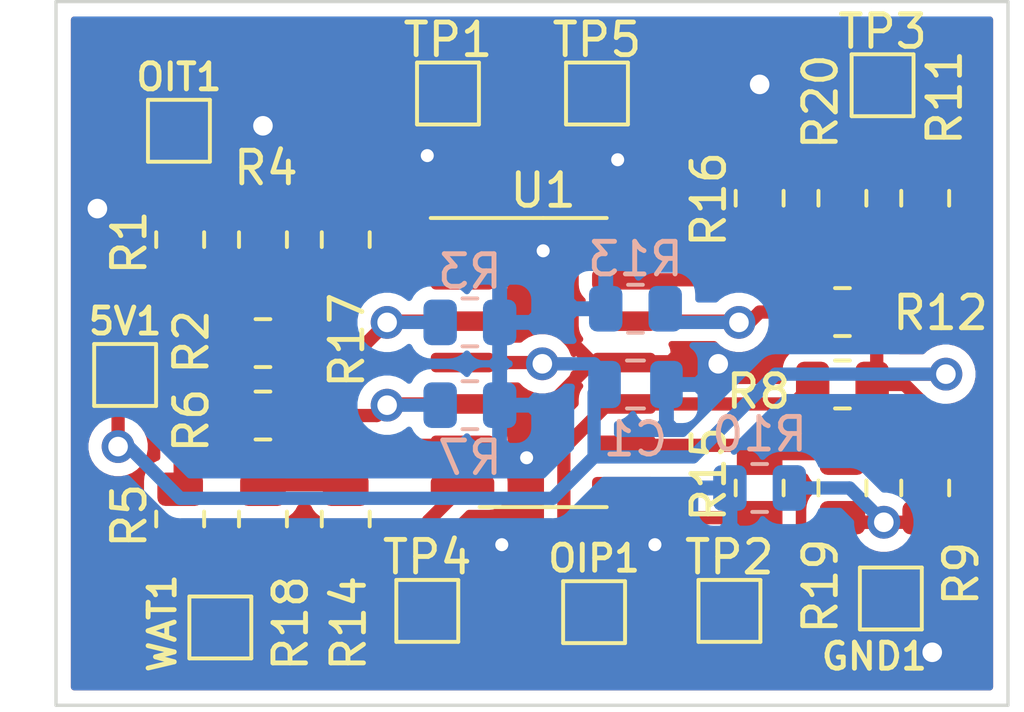
<source format=kicad_pcb>
(kicad_pcb (version 20171130) (host pcbnew 5.1.9-1.fc32)

  (general
    (thickness 1.6)
    (drawings 4)
    (tracks 135)
    (zones 0)
    (modules 32)
    (nets 19)
  )

  (page A4)
  (layers
    (0 Top signal)
    (31 Bottom signal hide)
    (32 B.Adhes user)
    (33 F.Adhes user)
    (34 B.Paste user)
    (35 F.Paste user)
    (36 B.SilkS user)
    (37 F.SilkS user)
    (38 B.Mask user)
    (39 F.Mask user)
    (40 Dwgs.User user)
    (41 Cmts.User user)
    (42 Eco1.User user)
    (43 Eco2.User user)
    (44 Edge.Cuts user)
    (45 Margin user)
    (46 B.CrtYd user)
    (47 F.CrtYd user)
    (48 B.Fab user)
    (49 F.Fab user)
  )

  (setup
    (last_trace_width 0.4064)
    (user_trace_width 0.3048)
    (user_trace_width 0.4064)
    (trace_clearance 0.2)
    (zone_clearance 0.508)
    (zone_45_only no)
    (trace_min 0.2)
    (via_size 0.8)
    (via_drill 0.4)
    (via_min_size 0.4)
    (via_min_drill 0.3)
    (uvia_size 0.3)
    (uvia_drill 0.1)
    (uvias_allowed no)
    (uvia_min_size 0.2)
    (uvia_min_drill 0.1)
    (edge_width 0.05)
    (segment_width 0.2)
    (pcb_text_width 0.3)
    (pcb_text_size 1.5 1.5)
    (mod_edge_width 0.12)
    (mod_text_size 1 1)
    (mod_text_width 0.15)
    (pad_size 1.524 1.524)
    (pad_drill 0.762)
    (pad_to_mask_clearance 0)
    (aux_axis_origin 0 0)
    (visible_elements FFFCFF7F)
    (pcbplotparams
      (layerselection 0x010fc_ffffffff)
      (usegerberextensions false)
      (usegerberattributes true)
      (usegerberadvancedattributes true)
      (creategerberjobfile true)
      (excludeedgelayer true)
      (linewidth 0.100000)
      (plotframeref false)
      (viasonmask false)
      (mode 1)
      (useauxorigin false)
      (hpglpennumber 1)
      (hpglpenspeed 20)
      (hpglpendiameter 15.000000)
      (psnegative false)
      (psa4output false)
      (plotreference true)
      (plotvalue true)
      (plotinvisibletext false)
      (padsonsilk false)
      (subtractmaskfromsilk false)
      (outputformat 1)
      (mirror false)
      (drillshape 1)
      (scaleselection 1)
      (outputdirectory ""))
  )

  (net 0 "")
  (net 1 GND)
  (net 2 +5V)
  (net 3 "Net-(R17-Pad2)")
  (net 4 "Net-(R14-Pad2)")
  (net 5 "Net-(R14-Pad1)")
  (net 6 "Net-(R15-Pad2)")
  (net 7 "Net-(R15-Pad1)")
  (net 8 "Net-(R16-Pad2)")
  (net 9 "Net-(R16-Pad1)")
  (net 10 "Net-(R17-Pad1)")
  (net 11 "Net-(OIP1-Pad1)")
  (net 12 "Net-(OIT1-Pad1)")
  (net 13 "Net-(R2-Pad2)")
  (net 14 "Net-(R18-Pad1)")
  (net 15 "Net-(R6-Pad2)")
  (net 16 "Net-(R10-Pad1)")
  (net 17 "Net-(R11-Pad2)")
  (net 18 "Net-(R12-Pad2)")

  (net_class Default "This is the default net class."
    (clearance 0.2)
    (trace_width 0.25)
    (via_dia 0.8)
    (via_drill 0.4)
    (uvia_dia 0.3)
    (uvia_drill 0.1)
    (add_net +5V)
    (add_net GND)
    (add_net "Net-(OIP1-Pad1)")
    (add_net "Net-(OIT1-Pad1)")
    (add_net "Net-(R10-Pad1)")
    (add_net "Net-(R11-Pad2)")
    (add_net "Net-(R12-Pad2)")
    (add_net "Net-(R14-Pad1)")
    (add_net "Net-(R14-Pad2)")
    (add_net "Net-(R15-Pad1)")
    (add_net "Net-(R15-Pad2)")
    (add_net "Net-(R16-Pad1)")
    (add_net "Net-(R16-Pad2)")
    (add_net "Net-(R17-Pad1)")
    (add_net "Net-(R17-Pad2)")
    (add_net "Net-(R18-Pad1)")
    (add_net "Net-(R2-Pad2)")
    (add_net "Net-(R6-Pad2)")
  )

  (module TestPoint:TestPoint_Pad_1.5x1.5mm (layer Top) (tedit 5A0F774F) (tstamp 603ABB6C)
    (at 150.495 97.028)
    (descr "SMD rectangular pad as test Point, square 1.5mm side length")
    (tags "test point SMD pad rectangle square")
    (path /60406353)
    (attr virtual)
    (fp_text reference TP5 (at 0 -1.648) (layer F.SilkS)
      (effects (font (size 1 1) (thickness 0.15)))
    )
    (fp_text value TPTP15SQ (at 0 1.75) (layer F.Fab)
      (effects (font (size 1 1) (thickness 0.15)))
    )
    (fp_text user %R (at 0 -1.65) (layer F.Fab)
      (effects (font (size 1 1) (thickness 0.15)))
    )
    (fp_line (start -0.95 -0.95) (end 0.95 -0.95) (layer F.SilkS) (width 0.12))
    (fp_line (start 0.95 -0.95) (end 0.95 0.95) (layer F.SilkS) (width 0.12))
    (fp_line (start 0.95 0.95) (end -0.95 0.95) (layer F.SilkS) (width 0.12))
    (fp_line (start -0.95 0.95) (end -0.95 -0.95) (layer F.SilkS) (width 0.12))
    (fp_line (start -1.25 -1.25) (end 1.25 -1.25) (layer F.CrtYd) (width 0.05))
    (fp_line (start -1.25 -1.25) (end -1.25 1.25) (layer F.CrtYd) (width 0.05))
    (fp_line (start 1.25 1.25) (end 1.25 -1.25) (layer F.CrtYd) (width 0.05))
    (fp_line (start 1.25 1.25) (end -1.25 1.25) (layer F.CrtYd) (width 0.05))
    (pad 1 smd rect (at 0 0) (size 1.5 1.5) (layers Top F.Mask)
      (net 8 "Net-(R16-Pad2)"))
  )

  (module TestPoint:TestPoint_Pad_1.5x1.5mm (layer Top) (tedit 5A0F774F) (tstamp 603ABB5E)
    (at 145.288 112.903)
    (descr "SMD rectangular pad as test Point, square 1.5mm side length")
    (tags "test point SMD pad rectangle square")
    (path /604069A7)
    (attr virtual)
    (fp_text reference TP4 (at 0 -1.648) (layer F.SilkS)
      (effects (font (size 1 1) (thickness 0.15)))
    )
    (fp_text value TPTP15SQ (at 0 1.75) (layer F.Fab)
      (effects (font (size 1 1) (thickness 0.15)))
    )
    (fp_text user %R (at 0 -1.65) (layer F.Fab)
      (effects (font (size 1 1) (thickness 0.15)))
    )
    (fp_line (start -0.95 -0.95) (end 0.95 -0.95) (layer F.SilkS) (width 0.12))
    (fp_line (start 0.95 -0.95) (end 0.95 0.95) (layer F.SilkS) (width 0.12))
    (fp_line (start 0.95 0.95) (end -0.95 0.95) (layer F.SilkS) (width 0.12))
    (fp_line (start -0.95 0.95) (end -0.95 -0.95) (layer F.SilkS) (width 0.12))
    (fp_line (start -1.25 -1.25) (end 1.25 -1.25) (layer F.CrtYd) (width 0.05))
    (fp_line (start -1.25 -1.25) (end -1.25 1.25) (layer F.CrtYd) (width 0.05))
    (fp_line (start 1.25 1.25) (end 1.25 -1.25) (layer F.CrtYd) (width 0.05))
    (fp_line (start 1.25 1.25) (end -1.25 1.25) (layer F.CrtYd) (width 0.05))
    (pad 1 smd rect (at 0 0) (size 1.5 1.5) (layers Top F.Mask)
      (net 4 "Net-(R14-Pad2)"))
  )

  (module TestPoint:TestPoint_Pad_1.5x1.5mm (layer Top) (tedit 5A0F774F) (tstamp 603ABB50)
    (at 159.258 96.774)
    (descr "SMD rectangular pad as test Point, square 1.5mm side length")
    (tags "test point SMD pad rectangle square")
    (path /60404E68)
    (attr virtual)
    (fp_text reference TP3 (at 0 -1.648) (layer F.SilkS)
      (effects (font (size 1 1) (thickness 0.15)))
    )
    (fp_text value TPTP15SQ (at 0 1.75) (layer F.Fab)
      (effects (font (size 1 1) (thickness 0.15)))
    )
    (fp_text user %R (at 0 -1.65) (layer F.Fab)
      (effects (font (size 1 1) (thickness 0.15)))
    )
    (fp_line (start -0.95 -0.95) (end 0.95 -0.95) (layer F.SilkS) (width 0.12))
    (fp_line (start 0.95 -0.95) (end 0.95 0.95) (layer F.SilkS) (width 0.12))
    (fp_line (start 0.95 0.95) (end -0.95 0.95) (layer F.SilkS) (width 0.12))
    (fp_line (start -0.95 0.95) (end -0.95 -0.95) (layer F.SilkS) (width 0.12))
    (fp_line (start -1.25 -1.25) (end 1.25 -1.25) (layer F.CrtYd) (width 0.05))
    (fp_line (start -1.25 -1.25) (end -1.25 1.25) (layer F.CrtYd) (width 0.05))
    (fp_line (start 1.25 1.25) (end 1.25 -1.25) (layer F.CrtYd) (width 0.05))
    (fp_line (start 1.25 1.25) (end -1.25 1.25) (layer F.CrtYd) (width 0.05))
    (pad 1 smd rect (at 0 0) (size 1.5 1.5) (layers Top F.Mask)
      (net 17 "Net-(R11-Pad2)"))
  )

  (module TestPoint:TestPoint_Pad_1.5x1.5mm (layer Top) (tedit 5A0F774F) (tstamp 603ABB42)
    (at 154.559 112.903)
    (descr "SMD rectangular pad as test Point, square 1.5mm side length")
    (tags "test point SMD pad rectangle square")
    (path /60406D1F)
    (attr virtual)
    (fp_text reference TP2 (at 0 -1.648) (layer F.SilkS)
      (effects (font (size 1 1) (thickness 0.15)))
    )
    (fp_text value TPTP15SQ (at 0 1.75) (layer F.Fab)
      (effects (font (size 1 1) (thickness 0.15)))
    )
    (fp_text user %R (at 0 -1.65) (layer F.Fab)
      (effects (font (size 1 1) (thickness 0.15)))
    )
    (fp_line (start -0.95 -0.95) (end 0.95 -0.95) (layer F.SilkS) (width 0.12))
    (fp_line (start 0.95 -0.95) (end 0.95 0.95) (layer F.SilkS) (width 0.12))
    (fp_line (start 0.95 0.95) (end -0.95 0.95) (layer F.SilkS) (width 0.12))
    (fp_line (start -0.95 0.95) (end -0.95 -0.95) (layer F.SilkS) (width 0.12))
    (fp_line (start -1.25 -1.25) (end 1.25 -1.25) (layer F.CrtYd) (width 0.05))
    (fp_line (start -1.25 -1.25) (end -1.25 1.25) (layer F.CrtYd) (width 0.05))
    (fp_line (start 1.25 1.25) (end 1.25 -1.25) (layer F.CrtYd) (width 0.05))
    (fp_line (start 1.25 1.25) (end -1.25 1.25) (layer F.CrtYd) (width 0.05))
    (pad 1 smd rect (at 0 0) (size 1.5 1.5) (layers Top F.Mask)
      (net 6 "Net-(R15-Pad2)"))
  )

  (module TestPoint:TestPoint_Pad_1.5x1.5mm (layer Top) (tedit 5A0F774F) (tstamp 603ABB34)
    (at 145.923 97.028)
    (descr "SMD rectangular pad as test Point, square 1.5mm side length")
    (tags "test point SMD pad rectangle square")
    (path /60407243)
    (attr virtual)
    (fp_text reference TP1 (at 0 -1.648) (layer F.SilkS)
      (effects (font (size 1 1) (thickness 0.15)))
    )
    (fp_text value TPTP15SQ (at 0 1.75) (layer F.Fab)
      (effects (font (size 1 1) (thickness 0.15)))
    )
    (fp_text user %R (at 0 -1.65) (layer F.Fab)
      (effects (font (size 1 1) (thickness 0.15)))
    )
    (fp_line (start -0.95 -0.95) (end 0.95 -0.95) (layer F.SilkS) (width 0.12))
    (fp_line (start 0.95 -0.95) (end 0.95 0.95) (layer F.SilkS) (width 0.12))
    (fp_line (start 0.95 0.95) (end -0.95 0.95) (layer F.SilkS) (width 0.12))
    (fp_line (start -0.95 0.95) (end -0.95 -0.95) (layer F.SilkS) (width 0.12))
    (fp_line (start -1.25 -1.25) (end 1.25 -1.25) (layer F.CrtYd) (width 0.05))
    (fp_line (start -1.25 -1.25) (end -1.25 1.25) (layer F.CrtYd) (width 0.05))
    (fp_line (start 1.25 1.25) (end 1.25 -1.25) (layer F.CrtYd) (width 0.05))
    (fp_line (start 1.25 1.25) (end -1.25 1.25) (layer F.CrtYd) (width 0.05))
    (pad 1 smd rect (at 0 0) (size 1.5 1.5) (layers Top F.Mask)
      (net 3 "Net-(R17-Pad2)"))
  )

  (module TestPoint:TestPoint_Pad_1.5x1.5mm (layer Top) (tedit 5A0F774F) (tstamp 603AA5E0)
    (at 138.938 113.411)
    (descr "SMD rectangular pad as test Point, square 1.5mm side length")
    (tags "test point SMD pad rectangle square")
    (path /603E690B)
    (attr virtual)
    (fp_text reference WAT1 (at -1.778 -0.127 90) (layer F.SilkS)
      (effects (font (size 0.8 0.8) (thickness 0.15)))
    )
    (fp_text value TPTP15SQ (at 0 1.75) (layer F.Fab)
      (effects (font (size 1 1) (thickness 0.15)))
    )
    (fp_line (start 1.25 1.25) (end -1.25 1.25) (layer F.CrtYd) (width 0.05))
    (fp_line (start 1.25 1.25) (end 1.25 -1.25) (layer F.CrtYd) (width 0.05))
    (fp_line (start -1.25 -1.25) (end -1.25 1.25) (layer F.CrtYd) (width 0.05))
    (fp_line (start -1.25 -1.25) (end 1.25 -1.25) (layer F.CrtYd) (width 0.05))
    (fp_line (start -0.95 0.95) (end -0.95 -0.95) (layer F.SilkS) (width 0.12))
    (fp_line (start 0.95 0.95) (end -0.95 0.95) (layer F.SilkS) (width 0.12))
    (fp_line (start 0.95 -0.95) (end 0.95 0.95) (layer F.SilkS) (width 0.12))
    (fp_line (start -0.95 -0.95) (end 0.95 -0.95) (layer F.SilkS) (width 0.12))
    (fp_text user %R (at 0 -1.65) (layer F.Fab)
      (effects (font (size 1 1) (thickness 0.15)))
    )
    (pad 1 smd rect (at 0 0) (size 1.5 1.5) (layers Top F.Mask)
      (net 14 "Net-(R18-Pad1)"))
  )

  (module TestPoint:TestPoint_Pad_1.5x1.5mm (layer Top) (tedit 5A0F774F) (tstamp 603AA2EC)
    (at 137.668 98.171)
    (descr "SMD rectangular pad as test Point, square 1.5mm side length")
    (tags "test point SMD pad rectangle square")
    (path /603E5EF9)
    (attr virtual)
    (fp_text reference OIT1 (at 0 -1.648) (layer F.SilkS)
      (effects (font (size 0.8 0.8) (thickness 0.15)))
    )
    (fp_text value TPTP15SQ (at 0 1.75) (layer F.Fab)
      (effects (font (size 1 1) (thickness 0.15)))
    )
    (fp_line (start 1.25 1.25) (end -1.25 1.25) (layer F.CrtYd) (width 0.05))
    (fp_line (start 1.25 1.25) (end 1.25 -1.25) (layer F.CrtYd) (width 0.05))
    (fp_line (start -1.25 -1.25) (end -1.25 1.25) (layer F.CrtYd) (width 0.05))
    (fp_line (start -1.25 -1.25) (end 1.25 -1.25) (layer F.CrtYd) (width 0.05))
    (fp_line (start -0.95 0.95) (end -0.95 -0.95) (layer F.SilkS) (width 0.12))
    (fp_line (start 0.95 0.95) (end -0.95 0.95) (layer F.SilkS) (width 0.12))
    (fp_line (start 0.95 -0.95) (end 0.95 0.95) (layer F.SilkS) (width 0.12))
    (fp_line (start -0.95 -0.95) (end 0.95 -0.95) (layer F.SilkS) (width 0.12))
    (fp_text user %R (at 0 -1.65) (layer F.Fab)
      (effects (font (size 1 1) (thickness 0.15)))
    )
    (pad 1 smd rect (at 0 0) (size 1.5 1.5) (layers Top F.Mask)
      (net 12 "Net-(OIT1-Pad1)"))
  )

  (module TestPoint:TestPoint_Pad_1.5x1.5mm (layer Top) (tedit 5A0F774F) (tstamp 603AA2C4)
    (at 159.512 112.522)
    (descr "SMD rectangular pad as test Point, square 1.5mm side length")
    (tags "test point SMD pad rectangle square")
    (path /603E93DA)
    (attr virtual)
    (fp_text reference GND1 (at -0.508 1.778) (layer F.SilkS)
      (effects (font (size 0.8 0.8) (thickness 0.15)))
    )
    (fp_text value TPTP15SQ (at 0 1.75) (layer F.Fab)
      (effects (font (size 1 1) (thickness 0.15)))
    )
    (fp_line (start 1.25 1.25) (end -1.25 1.25) (layer F.CrtYd) (width 0.05))
    (fp_line (start 1.25 1.25) (end 1.25 -1.25) (layer F.CrtYd) (width 0.05))
    (fp_line (start -1.25 -1.25) (end -1.25 1.25) (layer F.CrtYd) (width 0.05))
    (fp_line (start -1.25 -1.25) (end 1.25 -1.25) (layer F.CrtYd) (width 0.05))
    (fp_line (start -0.95 0.95) (end -0.95 -0.95) (layer F.SilkS) (width 0.12))
    (fp_line (start 0.95 0.95) (end -0.95 0.95) (layer F.SilkS) (width 0.12))
    (fp_line (start 0.95 -0.95) (end 0.95 0.95) (layer F.SilkS) (width 0.12))
    (fp_line (start -0.95 -0.95) (end 0.95 -0.95) (layer F.SilkS) (width 0.12))
    (fp_text user %R (at 0 -1.65) (layer F.Fab)
      (effects (font (size 1 1) (thickness 0.15)))
    )
    (pad 1 smd rect (at 0 0) (size 1.5 1.5) (layers Top F.Mask)
      (net 1 GND))
  )

  (module TestPoint:TestPoint_Pad_1.5x1.5mm (layer Top) (tedit 5A0F774F) (tstamp 603AA296)
    (at 136.017 105.664)
    (descr "SMD rectangular pad as test Point, square 1.5mm side length")
    (tags "test point SMD pad rectangle square")
    (path /603E7430)
    (attr virtual)
    (fp_text reference 5V1 (at 0 -1.648) (layer F.SilkS)
      (effects (font (size 0.8 0.8) (thickness 0.15)))
    )
    (fp_text value TPTP15SQ (at 0 1.75) (layer F.Fab)
      (effects (font (size 1 1) (thickness 0.15)))
    )
    (fp_line (start 1.25 1.25) (end -1.25 1.25) (layer F.CrtYd) (width 0.05))
    (fp_line (start 1.25 1.25) (end 1.25 -1.25) (layer F.CrtYd) (width 0.05))
    (fp_line (start -1.25 -1.25) (end -1.25 1.25) (layer F.CrtYd) (width 0.05))
    (fp_line (start -1.25 -1.25) (end 1.25 -1.25) (layer F.CrtYd) (width 0.05))
    (fp_line (start -0.95 0.95) (end -0.95 -0.95) (layer F.SilkS) (width 0.12))
    (fp_line (start 0.95 0.95) (end -0.95 0.95) (layer F.SilkS) (width 0.12))
    (fp_line (start 0.95 -0.95) (end 0.95 0.95) (layer F.SilkS) (width 0.12))
    (fp_line (start -0.95 -0.95) (end 0.95 -0.95) (layer F.SilkS) (width 0.12))
    (fp_text user %R (at 0 -1.65) (layer F.Fab)
      (effects (font (size 1 1) (thickness 0.15)))
    )
    (pad 1 smd rect (at 0 0) (size 1.5 1.5) (layers Top F.Mask)
      (net 2 +5V))
  )

  (module TestPoint:TestPoint_Pad_1.5x1.5mm (layer Top) (tedit 5A0F774F) (tstamp 603A598A)
    (at 150.4061 112.9411)
    (descr "SMD rectangular pad as test Point, square 1.5mm side length")
    (tags "test point SMD pad rectangle square")
    (path /AF7E6EF2)
    (attr virtual)
    (fp_text reference OIP1 (at 0 -1.648) (layer F.SilkS)
      (effects (font (size 0.8 0.8) (thickness 0.15)))
    )
    (fp_text value TPTP15SQ (at 0 1.75) (layer F.Fab)
      (effects (font (size 1 1) (thickness 0.15)))
    )
    (fp_line (start 1.25 1.25) (end -1.25 1.25) (layer F.CrtYd) (width 0.05))
    (fp_line (start 1.25 1.25) (end 1.25 -1.25) (layer F.CrtYd) (width 0.05))
    (fp_line (start -1.25 -1.25) (end -1.25 1.25) (layer F.CrtYd) (width 0.05))
    (fp_line (start -1.25 -1.25) (end 1.25 -1.25) (layer F.CrtYd) (width 0.05))
    (fp_line (start -0.95 0.95) (end -0.95 -0.95) (layer F.SilkS) (width 0.12))
    (fp_line (start 0.95 0.95) (end -0.95 0.95) (layer F.SilkS) (width 0.12))
    (fp_line (start 0.95 -0.95) (end 0.95 0.95) (layer F.SilkS) (width 0.12))
    (fp_line (start -0.95 -0.95) (end 0.95 -0.95) (layer F.SilkS) (width 0.12))
    (fp_text user %R (at 0 -1.65) (layer F.Fab)
      (effects (font (size 1 1) (thickness 0.15)))
    )
    (pad 1 smd rect (at 0 0) (size 1.5 1.5) (layers Top F.Mask)
      (net 11 "Net-(OIP1-Pad1)"))
  )

  (module Package_SO:SOIC-14_3.9x8.7mm_P1.27mm (layer Top) (tedit 5D9F72B1) (tstamp 603A736F)
    (at 148.844 105.283)
    (descr "SOIC, 14 Pin (JEDEC MS-012AB, https://www.analog.com/media/en/package-pcb-resources/package/pkg_pdf/soic_narrow-r/r_14.pdf), generated with kicad-footprint-generator ipc_gullwing_generator.py")
    (tags "SOIC SO")
    (path /603B425D)
    (attr smd)
    (fp_text reference U1 (at 0 -5.28) (layer F.SilkS)
      (effects (font (size 1 1) (thickness 0.15)))
    )
    (fp_text value TS914I (at 0 5.28) (layer F.Fab)
      (effects (font (size 1 1) (thickness 0.15)))
    )
    (fp_line (start 3.7 -4.58) (end -3.7 -4.58) (layer F.CrtYd) (width 0.05))
    (fp_line (start 3.7 4.58) (end 3.7 -4.58) (layer F.CrtYd) (width 0.05))
    (fp_line (start -3.7 4.58) (end 3.7 4.58) (layer F.CrtYd) (width 0.05))
    (fp_line (start -3.7 -4.58) (end -3.7 4.58) (layer F.CrtYd) (width 0.05))
    (fp_line (start -1.95 -3.35) (end -0.975 -4.325) (layer F.Fab) (width 0.1))
    (fp_line (start -1.95 4.325) (end -1.95 -3.35) (layer F.Fab) (width 0.1))
    (fp_line (start 1.95 4.325) (end -1.95 4.325) (layer F.Fab) (width 0.1))
    (fp_line (start 1.95 -4.325) (end 1.95 4.325) (layer F.Fab) (width 0.1))
    (fp_line (start -0.975 -4.325) (end 1.95 -4.325) (layer F.Fab) (width 0.1))
    (fp_line (start 0 -4.435) (end -3.45 -4.435) (layer F.SilkS) (width 0.12))
    (fp_line (start 0 -4.435) (end 1.95 -4.435) (layer F.SilkS) (width 0.12))
    (fp_line (start 0 4.435) (end -1.95 4.435) (layer F.SilkS) (width 0.12))
    (fp_line (start 0 4.435) (end 1.95 4.435) (layer F.SilkS) (width 0.12))
    (fp_text user %R (at 0 0) (layer F.Fab)
      (effects (font (size 0.98 0.98) (thickness 0.15)))
    )
    (pad 14 smd roundrect (at 2.475 -3.81) (size 1.95 0.6) (layers Top F.Paste F.Mask) (roundrect_rratio 0.25)
      (net 8 "Net-(R16-Pad2)"))
    (pad 13 smd roundrect (at 2.475 -2.54) (size 1.95 0.6) (layers Top F.Paste F.Mask) (roundrect_rratio 0.25)
      (net 9 "Net-(R16-Pad1)"))
    (pad 12 smd roundrect (at 2.475 -1.27) (size 1.95 0.6) (layers Top F.Paste F.Mask) (roundrect_rratio 0.25)
      (net 18 "Net-(R12-Pad2)"))
    (pad 11 smd roundrect (at 2.475 0) (size 1.95 0.6) (layers Top F.Paste F.Mask) (roundrect_rratio 0.25)
      (net 1 GND))
    (pad 10 smd roundrect (at 2.475 1.27) (size 1.95 0.6) (layers Top F.Paste F.Mask) (roundrect_rratio 0.25)
      (net 11 "Net-(OIP1-Pad1)"))
    (pad 9 smd roundrect (at 2.475 2.54) (size 1.95 0.6) (layers Top F.Paste F.Mask) (roundrect_rratio 0.25)
      (net 7 "Net-(R15-Pad1)"))
    (pad 8 smd roundrect (at 2.475 3.81) (size 1.95 0.6) (layers Top F.Paste F.Mask) (roundrect_rratio 0.25)
      (net 6 "Net-(R15-Pad2)"))
    (pad 7 smd roundrect (at -2.475 3.81) (size 1.95 0.6) (layers Top F.Paste F.Mask) (roundrect_rratio 0.25)
      (net 4 "Net-(R14-Pad2)"))
    (pad 6 smd roundrect (at -2.475 2.54) (size 1.95 0.6) (layers Top F.Paste F.Mask) (roundrect_rratio 0.25)
      (net 5 "Net-(R14-Pad1)"))
    (pad 5 smd roundrect (at -2.475 1.27) (size 1.95 0.6) (layers Top F.Paste F.Mask) (roundrect_rratio 0.25)
      (net 15 "Net-(R6-Pad2)"))
    (pad 4 smd roundrect (at -2.475 0) (size 1.95 0.6) (layers Top F.Paste F.Mask) (roundrect_rratio 0.25)
      (net 2 +5V))
    (pad 3 smd roundrect (at -2.475 -1.27) (size 1.95 0.6) (layers Top F.Paste F.Mask) (roundrect_rratio 0.25)
      (net 13 "Net-(R2-Pad2)"))
    (pad 2 smd roundrect (at -2.475 -2.54) (size 1.95 0.6) (layers Top F.Paste F.Mask) (roundrect_rratio 0.25)
      (net 10 "Net-(R17-Pad1)"))
    (pad 1 smd roundrect (at -2.475 -3.81) (size 1.95 0.6) (layers Top F.Paste F.Mask) (roundrect_rratio 0.25)
      (net 3 "Net-(R17-Pad2)"))
    (model ${KISYS3DMOD}/Package_SO.3dshapes/SOIC-14_3.9x8.7mm_P1.27mm.wrl
      (at (xyz 0 0 0))
      (scale (xyz 1 1 1))
      (rotate (xyz 0 0 0))
    )
  )

  (module Resistor_SMD:R_0805_2012Metric (layer Top) (tedit 5F68FEEE) (tstamp 603A5A42)
    (at 158.0261 100.2411 270)
    (descr "Resistor SMD 0805 (2012 Metric), square (rectangular) end terminal, IPC_7351 nominal, (Body size source: IPC-SM-782 page 72, https://www.pcb-3d.com/wordpress/wp-content/uploads/ipc-sm-782a_amendment_1_and_2.pdf), generated with kicad-footprint-generator")
    (tags resistor)
    (path /1ED7D3F6)
    (attr smd)
    (fp_text reference R20 (at -2.9591 0.6731 90) (layer F.SilkS)
      (effects (font (size 1 1) (thickness 0.15)))
    )
    (fp_text value R-EU_R0805W (at 0 1.65 90) (layer F.Fab)
      (effects (font (size 1 1) (thickness 0.15)))
    )
    (fp_line (start 1.68 0.95) (end -1.68 0.95) (layer F.CrtYd) (width 0.05))
    (fp_line (start 1.68 -0.95) (end 1.68 0.95) (layer F.CrtYd) (width 0.05))
    (fp_line (start -1.68 -0.95) (end 1.68 -0.95) (layer F.CrtYd) (width 0.05))
    (fp_line (start -1.68 0.95) (end -1.68 -0.95) (layer F.CrtYd) (width 0.05))
    (fp_line (start -0.227064 0.735) (end 0.227064 0.735) (layer F.SilkS) (width 0.12))
    (fp_line (start -0.227064 -0.735) (end 0.227064 -0.735) (layer F.SilkS) (width 0.12))
    (fp_line (start 1 0.625) (end -1 0.625) (layer F.Fab) (width 0.1))
    (fp_line (start 1 -0.625) (end 1 0.625) (layer F.Fab) (width 0.1))
    (fp_line (start -1 -0.625) (end 1 -0.625) (layer F.Fab) (width 0.1))
    (fp_line (start -1 0.625) (end -1 -0.625) (layer F.Fab) (width 0.1))
    (fp_text user %R (at 0 0 90) (layer F.Fab)
      (effects (font (size 0.5 0.5) (thickness 0.08)))
    )
    (pad 2 smd roundrect (at 0.9125 0 270) (size 1.025 1.4) (layers Top F.Paste F.Mask) (roundrect_rratio 0.243902)
      (net 9 "Net-(R16-Pad1)"))
    (pad 1 smd roundrect (at -0.9125 0 270) (size 1.025 1.4) (layers Top F.Paste F.Mask) (roundrect_rratio 0.243902)
      (net 17 "Net-(R11-Pad2)"))
    (model ${KISYS3DMOD}/Resistor_SMD.3dshapes/R_0805_2012Metric.wrl
      (at (xyz 0 0 0))
      (scale (xyz 1 1 1))
      (rotate (xyz 0 0 0))
    )
  )

  (module Resistor_SMD:R_0805_2012Metric (layer Top) (tedit 5F68FEEE) (tstamp 603A5A34)
    (at 158.0261 109.1311 90)
    (descr "Resistor SMD 0805 (2012 Metric), square (rectangular) end terminal, IPC_7351 nominal, (Body size source: IPC-SM-782 page 72, https://www.pcb-3d.com/wordpress/wp-content/uploads/ipc-sm-782a_amendment_1_and_2.pdf), generated with kicad-footprint-generator")
    (tags resistor)
    (path /D26DEDBB)
    (attr smd)
    (fp_text reference R19 (at -3.0099 -0.6731 90) (layer F.SilkS)
      (effects (font (size 1 1) (thickness 0.15)))
    )
    (fp_text value R-EU_R0805W (at 0 1.65 90) (layer F.Fab)
      (effects (font (size 1 1) (thickness 0.15)))
    )
    (fp_line (start 1.68 0.95) (end -1.68 0.95) (layer F.CrtYd) (width 0.05))
    (fp_line (start 1.68 -0.95) (end 1.68 0.95) (layer F.CrtYd) (width 0.05))
    (fp_line (start -1.68 -0.95) (end 1.68 -0.95) (layer F.CrtYd) (width 0.05))
    (fp_line (start -1.68 0.95) (end -1.68 -0.95) (layer F.CrtYd) (width 0.05))
    (fp_line (start -0.227064 0.735) (end 0.227064 0.735) (layer F.SilkS) (width 0.12))
    (fp_line (start -0.227064 -0.735) (end 0.227064 -0.735) (layer F.SilkS) (width 0.12))
    (fp_line (start 1 0.625) (end -1 0.625) (layer F.Fab) (width 0.1))
    (fp_line (start 1 -0.625) (end 1 0.625) (layer F.Fab) (width 0.1))
    (fp_line (start -1 -0.625) (end 1 -0.625) (layer F.Fab) (width 0.1))
    (fp_line (start -1 0.625) (end -1 -0.625) (layer F.Fab) (width 0.1))
    (fp_text user %R (at 0 0 90) (layer F.Fab)
      (effects (font (size 0.5 0.5) (thickness 0.08)))
    )
    (pad 2 smd roundrect (at 0.9125 0 90) (size 1.025 1.4) (layers Top F.Paste F.Mask) (roundrect_rratio 0.243902)
      (net 7 "Net-(R15-Pad1)"))
    (pad 1 smd roundrect (at -0.9125 0 90) (size 1.025 1.4) (layers Top F.Paste F.Mask) (roundrect_rratio 0.243902)
      (net 16 "Net-(R10-Pad1)"))
    (model ${KISYS3DMOD}/Resistor_SMD.3dshapes/R_0805_2012Metric.wrl
      (at (xyz 0 0 0))
      (scale (xyz 1 1 1))
      (rotate (xyz 0 0 0))
    )
  )

  (module Resistor_SMD:R_0805_2012Metric (layer Top) (tedit 5F68FEEE) (tstamp 603A5A26)
    (at 140.2461 110.0836 90)
    (descr "Resistor SMD 0805 (2012 Metric), square (rectangular) end terminal, IPC_7351 nominal, (Body size source: IPC-SM-782 page 72, https://www.pcb-3d.com/wordpress/wp-content/uploads/ipc-sm-782a_amendment_1_and_2.pdf), generated with kicad-footprint-generator")
    (tags resistor)
    (path /3ABC87AC)
    (attr smd)
    (fp_text reference R18 (at -3.2004 0.8509 90) (layer F.SilkS)
      (effects (font (size 1 1) (thickness 0.15)))
    )
    (fp_text value 1k8 (at 0 1.65 90) (layer F.Fab)
      (effects (font (size 1 1) (thickness 0.15)))
    )
    (fp_line (start 1.68 0.95) (end -1.68 0.95) (layer F.CrtYd) (width 0.05))
    (fp_line (start 1.68 -0.95) (end 1.68 0.95) (layer F.CrtYd) (width 0.05))
    (fp_line (start -1.68 -0.95) (end 1.68 -0.95) (layer F.CrtYd) (width 0.05))
    (fp_line (start -1.68 0.95) (end -1.68 -0.95) (layer F.CrtYd) (width 0.05))
    (fp_line (start -0.227064 0.735) (end 0.227064 0.735) (layer F.SilkS) (width 0.12))
    (fp_line (start -0.227064 -0.735) (end 0.227064 -0.735) (layer F.SilkS) (width 0.12))
    (fp_line (start 1 0.625) (end -1 0.625) (layer F.Fab) (width 0.1))
    (fp_line (start 1 -0.625) (end 1 0.625) (layer F.Fab) (width 0.1))
    (fp_line (start -1 -0.625) (end 1 -0.625) (layer F.Fab) (width 0.1))
    (fp_line (start -1 0.625) (end -1 -0.625) (layer F.Fab) (width 0.1))
    (fp_text user %R (at 0 0 90) (layer F.Fab)
      (effects (font (size 0.5 0.5) (thickness 0.08)))
    )
    (pad 2 smd roundrect (at 0.9125 0 90) (size 1.025 1.4) (layers Top F.Paste F.Mask) (roundrect_rratio 0.243902)
      (net 5 "Net-(R14-Pad1)"))
    (pad 1 smd roundrect (at -0.9125 0 90) (size 1.025 1.4) (layers Top F.Paste F.Mask) (roundrect_rratio 0.243902)
      (net 14 "Net-(R18-Pad1)"))
    (model ${KISYS3DMOD}/Resistor_SMD.3dshapes/R_0805_2012Metric.wrl
      (at (xyz 0 0 0))
      (scale (xyz 1 1 1))
      (rotate (xyz 0 0 0))
    )
  )

  (module Resistor_SMD:R_0805_2012Metric (layer Top) (tedit 5F68FEEE) (tstamp 603A5A18)
    (at 142.7861 101.5111 90)
    (descr "Resistor SMD 0805 (2012 Metric), square (rectangular) end terminal, IPC_7351 nominal, (Body size source: IPC-SM-782 page 72, https://www.pcb-3d.com/wordpress/wp-content/uploads/ipc-sm-782a_amendment_1_and_2.pdf), generated with kicad-footprint-generator")
    (tags resistor)
    (path /7B5E4C6D)
    (attr smd)
    (fp_text reference R17 (at -3.0861 0.0381 90) (layer F.SilkS)
      (effects (font (size 1 1) (thickness 0.15)))
    )
    (fp_text value 15k (at 0 1.65 90) (layer F.Fab)
      (effects (font (size 1 1) (thickness 0.15)))
    )
    (fp_line (start 1.68 0.95) (end -1.68 0.95) (layer F.CrtYd) (width 0.05))
    (fp_line (start 1.68 -0.95) (end 1.68 0.95) (layer F.CrtYd) (width 0.05))
    (fp_line (start -1.68 -0.95) (end 1.68 -0.95) (layer F.CrtYd) (width 0.05))
    (fp_line (start -1.68 0.95) (end -1.68 -0.95) (layer F.CrtYd) (width 0.05))
    (fp_line (start -0.227064 0.735) (end 0.227064 0.735) (layer F.SilkS) (width 0.12))
    (fp_line (start -0.227064 -0.735) (end 0.227064 -0.735) (layer F.SilkS) (width 0.12))
    (fp_line (start 1 0.625) (end -1 0.625) (layer F.Fab) (width 0.1))
    (fp_line (start 1 -0.625) (end 1 0.625) (layer F.Fab) (width 0.1))
    (fp_line (start -1 -0.625) (end 1 -0.625) (layer F.Fab) (width 0.1))
    (fp_line (start -1 0.625) (end -1 -0.625) (layer F.Fab) (width 0.1))
    (fp_text user %R (at 0 0 90) (layer F.Fab)
      (effects (font (size 0.5 0.5) (thickness 0.08)))
    )
    (pad 2 smd roundrect (at 0.9125 0 90) (size 1.025 1.4) (layers Top F.Paste F.Mask) (roundrect_rratio 0.243902)
      (net 3 "Net-(R17-Pad2)"))
    (pad 1 smd roundrect (at -0.9125 0 90) (size 1.025 1.4) (layers Top F.Paste F.Mask) (roundrect_rratio 0.243902)
      (net 10 "Net-(R17-Pad1)"))
    (model ${KISYS3DMOD}/Resistor_SMD.3dshapes/R_0805_2012Metric.wrl
      (at (xyz 0 0 0))
      (scale (xyz 1 1 1))
      (rotate (xyz 0 0 0))
    )
  )

  (module Resistor_SMD:R_0805_2012Metric (layer Top) (tedit 5F68FEEE) (tstamp 603A5A02)
    (at 155.4861 100.2411 90)
    (descr "Resistor SMD 0805 (2012 Metric), square (rectangular) end terminal, IPC_7351 nominal, (Body size source: IPC-SM-782 page 72, https://www.pcb-3d.com/wordpress/wp-content/uploads/ipc-sm-782a_amendment_1_and_2.pdf), generated with kicad-footprint-generator")
    (tags resistor)
    (path /6E9CA17A)
    (attr smd)
    (fp_text reference R16 (at -0.0381 -1.5621 90) (layer F.SilkS)
      (effects (font (size 1 1) (thickness 0.15)))
    )
    (fp_text value R-EU_R0805W (at 0 1.65 90) (layer F.Fab)
      (effects (font (size 1 1) (thickness 0.15)))
    )
    (fp_line (start 1.68 0.95) (end -1.68 0.95) (layer F.CrtYd) (width 0.05))
    (fp_line (start 1.68 -0.95) (end 1.68 0.95) (layer F.CrtYd) (width 0.05))
    (fp_line (start -1.68 -0.95) (end 1.68 -0.95) (layer F.CrtYd) (width 0.05))
    (fp_line (start -1.68 0.95) (end -1.68 -0.95) (layer F.CrtYd) (width 0.05))
    (fp_line (start -0.227064 0.735) (end 0.227064 0.735) (layer F.SilkS) (width 0.12))
    (fp_line (start -0.227064 -0.735) (end 0.227064 -0.735) (layer F.SilkS) (width 0.12))
    (fp_line (start 1 0.625) (end -1 0.625) (layer F.Fab) (width 0.1))
    (fp_line (start 1 -0.625) (end 1 0.625) (layer F.Fab) (width 0.1))
    (fp_line (start -1 -0.625) (end 1 -0.625) (layer F.Fab) (width 0.1))
    (fp_line (start -1 0.625) (end -1 -0.625) (layer F.Fab) (width 0.1))
    (fp_text user %R (at 0 0 90) (layer F.Fab)
      (effects (font (size 0.5 0.5) (thickness 0.08)))
    )
    (pad 2 smd roundrect (at 0.9125 0 90) (size 1.025 1.4) (layers Top F.Paste F.Mask) (roundrect_rratio 0.243902)
      (net 8 "Net-(R16-Pad2)"))
    (pad 1 smd roundrect (at -0.9125 0 90) (size 1.025 1.4) (layers Top F.Paste F.Mask) (roundrect_rratio 0.243902)
      (net 9 "Net-(R16-Pad1)"))
    (model ${KISYS3DMOD}/Resistor_SMD.3dshapes/R_0805_2012Metric.wrl
      (at (xyz 0 0 0))
      (scale (xyz 1 1 1))
      (rotate (xyz 0 0 0))
    )
  )

  (module Resistor_SMD:R_0805_2012Metric (layer Top) (tedit 5F68FEEE) (tstamp 603A59F4)
    (at 155.4861 109.1311 270)
    (descr "Resistor SMD 0805 (2012 Metric), square (rectangular) end terminal, IPC_7351 nominal, (Body size source: IPC-SM-782 page 72, https://www.pcb-3d.com/wordpress/wp-content/uploads/ipc-sm-782a_amendment_1_and_2.pdf), generated with kicad-footprint-generator")
    (tags resistor)
    (path /3A3DC519)
    (attr smd)
    (fp_text reference R15 (at -0.4191 1.5621 90) (layer F.SilkS)
      (effects (font (size 1 1) (thickness 0.15)))
    )
    (fp_text value R-EU_R0805W (at 0 1.65 90) (layer F.Fab)
      (effects (font (size 1 1) (thickness 0.15)))
    )
    (fp_line (start 1.68 0.95) (end -1.68 0.95) (layer F.CrtYd) (width 0.05))
    (fp_line (start 1.68 -0.95) (end 1.68 0.95) (layer F.CrtYd) (width 0.05))
    (fp_line (start -1.68 -0.95) (end 1.68 -0.95) (layer F.CrtYd) (width 0.05))
    (fp_line (start -1.68 0.95) (end -1.68 -0.95) (layer F.CrtYd) (width 0.05))
    (fp_line (start -0.227064 0.735) (end 0.227064 0.735) (layer F.SilkS) (width 0.12))
    (fp_line (start -0.227064 -0.735) (end 0.227064 -0.735) (layer F.SilkS) (width 0.12))
    (fp_line (start 1 0.625) (end -1 0.625) (layer F.Fab) (width 0.1))
    (fp_line (start 1 -0.625) (end 1 0.625) (layer F.Fab) (width 0.1))
    (fp_line (start -1 -0.625) (end 1 -0.625) (layer F.Fab) (width 0.1))
    (fp_line (start -1 0.625) (end -1 -0.625) (layer F.Fab) (width 0.1))
    (fp_text user %R (at 0 0 90) (layer F.Fab)
      (effects (font (size 0.5 0.5) (thickness 0.08)))
    )
    (pad 2 smd roundrect (at 0.9125 0 270) (size 1.025 1.4) (layers Top F.Paste F.Mask) (roundrect_rratio 0.243902)
      (net 6 "Net-(R15-Pad2)"))
    (pad 1 smd roundrect (at -0.9125 0 270) (size 1.025 1.4) (layers Top F.Paste F.Mask) (roundrect_rratio 0.243902)
      (net 7 "Net-(R15-Pad1)"))
    (model ${KISYS3DMOD}/Resistor_SMD.3dshapes/R_0805_2012Metric.wrl
      (at (xyz 0 0 0))
      (scale (xyz 1 1 1))
      (rotate (xyz 0 0 0))
    )
  )

  (module Resistor_SMD:R_0805_2012Metric (layer Top) (tedit 5F68FEEE) (tstamp 603A59E6)
    (at 142.7861 110.0836 270)
    (descr "Resistor SMD 0805 (2012 Metric), square (rectangular) end terminal, IPC_7351 nominal, (Body size source: IPC-SM-782 page 72, https://www.pcb-3d.com/wordpress/wp-content/uploads/ipc-sm-782a_amendment_1_and_2.pdf), generated with kicad-footprint-generator")
    (tags resistor)
    (path /858BCDCE)
    (attr smd)
    (fp_text reference R14 (at 3.2004 -0.0889 90) (layer F.SilkS)
      (effects (font (size 1 1) (thickness 0.15)))
    )
    (fp_text value 15k (at 0 1.65 90) (layer F.Fab)
      (effects (font (size 1 1) (thickness 0.15)))
    )
    (fp_line (start 1.68 0.95) (end -1.68 0.95) (layer F.CrtYd) (width 0.05))
    (fp_line (start 1.68 -0.95) (end 1.68 0.95) (layer F.CrtYd) (width 0.05))
    (fp_line (start -1.68 -0.95) (end 1.68 -0.95) (layer F.CrtYd) (width 0.05))
    (fp_line (start -1.68 0.95) (end -1.68 -0.95) (layer F.CrtYd) (width 0.05))
    (fp_line (start -0.227064 0.735) (end 0.227064 0.735) (layer F.SilkS) (width 0.12))
    (fp_line (start -0.227064 -0.735) (end 0.227064 -0.735) (layer F.SilkS) (width 0.12))
    (fp_line (start 1 0.625) (end -1 0.625) (layer F.Fab) (width 0.1))
    (fp_line (start 1 -0.625) (end 1 0.625) (layer F.Fab) (width 0.1))
    (fp_line (start -1 -0.625) (end 1 -0.625) (layer F.Fab) (width 0.1))
    (fp_line (start -1 0.625) (end -1 -0.625) (layer F.Fab) (width 0.1))
    (fp_text user %R (at 0 0 90) (layer F.Fab)
      (effects (font (size 0.5 0.5) (thickness 0.08)))
    )
    (pad 2 smd roundrect (at 0.9125 0 270) (size 1.025 1.4) (layers Top F.Paste F.Mask) (roundrect_rratio 0.243902)
      (net 4 "Net-(R14-Pad2)"))
    (pad 1 smd roundrect (at -0.9125 0 270) (size 1.025 1.4) (layers Top F.Paste F.Mask) (roundrect_rratio 0.243902)
      (net 5 "Net-(R14-Pad1)"))
    (model ${KISYS3DMOD}/Resistor_SMD.3dshapes/R_0805_2012Metric.wrl
      (at (xyz 0 0 0))
      (scale (xyz 1 1 1))
      (rotate (xyz 0 0 0))
    )
  )

  (module Resistor_SMD:R_0805_2012Metric (layer Bottom) (tedit 5F68FEEE) (tstamp 603A59D8)
    (at 151.6761 103.632 180)
    (descr "Resistor SMD 0805 (2012 Metric), square (rectangular) end terminal, IPC_7351 nominal, (Body size source: IPC-SM-782 page 72, https://www.pcb-3d.com/wordpress/wp-content/uploads/ipc-sm-782a_amendment_1_and_2.pdf), generated with kicad-footprint-generator")
    (tags resistor)
    (path /65DA5C48)
    (attr smd)
    (fp_text reference R13 (at 0 1.524) (layer B.SilkS)
      (effects (font (size 1 1) (thickness 0.15)) (justify mirror))
    )
    (fp_text value R-EU_R0805W (at 0 -1.65) (layer B.Fab)
      (effects (font (size 1 1) (thickness 0.15)) (justify mirror))
    )
    (fp_line (start 1.68 -0.95) (end -1.68 -0.95) (layer B.CrtYd) (width 0.05))
    (fp_line (start 1.68 0.95) (end 1.68 -0.95) (layer B.CrtYd) (width 0.05))
    (fp_line (start -1.68 0.95) (end 1.68 0.95) (layer B.CrtYd) (width 0.05))
    (fp_line (start -1.68 -0.95) (end -1.68 0.95) (layer B.CrtYd) (width 0.05))
    (fp_line (start -0.227064 -0.735) (end 0.227064 -0.735) (layer B.SilkS) (width 0.12))
    (fp_line (start -0.227064 0.735) (end 0.227064 0.735) (layer B.SilkS) (width 0.12))
    (fp_line (start 1 -0.625) (end -1 -0.625) (layer B.Fab) (width 0.1))
    (fp_line (start 1 0.625) (end 1 -0.625) (layer B.Fab) (width 0.1))
    (fp_line (start -1 0.625) (end 1 0.625) (layer B.Fab) (width 0.1))
    (fp_line (start -1 -0.625) (end -1 0.625) (layer B.Fab) (width 0.1))
    (fp_text user %R (at 0 0) (layer B.Fab)
      (effects (font (size 0.5 0.5) (thickness 0.08)) (justify mirror))
    )
    (pad 2 smd roundrect (at 0.9125 0 180) (size 1.025 1.4) (layers Bottom B.Paste B.Mask) (roundrect_rratio 0.243902)
      (net 1 GND))
    (pad 1 smd roundrect (at -0.9125 0 180) (size 1.025 1.4) (layers Bottom B.Paste B.Mask) (roundrect_rratio 0.243902)
      (net 18 "Net-(R12-Pad2)"))
    (model ${KISYS3DMOD}/Resistor_SMD.3dshapes/R_0805_2012Metric.wrl
      (at (xyz 0 0 0))
      (scale (xyz 1 1 1))
      (rotate (xyz 0 0 0))
    )
  )

  (module Resistor_SMD:R_0805_2012Metric (layer Top) (tedit 5F68FEEE) (tstamp 603A59CA)
    (at 158.0261 103.7336 180)
    (descr "Resistor SMD 0805 (2012 Metric), square (rectangular) end terminal, IPC_7351 nominal, (Body size source: IPC-SM-782 page 72, https://www.pcb-3d.com/wordpress/wp-content/uploads/ipc-sm-782a_amendment_1_and_2.pdf), generated with kicad-footprint-generator")
    (tags resistor)
    (path /B5B42624)
    (attr smd)
    (fp_text reference R12 (at -3.0099 -0.0254 180) (layer F.SilkS)
      (effects (font (size 1 1) (thickness 0.15)))
    )
    (fp_text value R-EU_R0805W (at 0 1.65) (layer F.Fab)
      (effects (font (size 1 1) (thickness 0.15)))
    )
    (fp_line (start 1.68 0.95) (end -1.68 0.95) (layer F.CrtYd) (width 0.05))
    (fp_line (start 1.68 -0.95) (end 1.68 0.95) (layer F.CrtYd) (width 0.05))
    (fp_line (start -1.68 -0.95) (end 1.68 -0.95) (layer F.CrtYd) (width 0.05))
    (fp_line (start -1.68 0.95) (end -1.68 -0.95) (layer F.CrtYd) (width 0.05))
    (fp_line (start -0.227064 0.735) (end 0.227064 0.735) (layer F.SilkS) (width 0.12))
    (fp_line (start -0.227064 -0.735) (end 0.227064 -0.735) (layer F.SilkS) (width 0.12))
    (fp_line (start 1 0.625) (end -1 0.625) (layer F.Fab) (width 0.1))
    (fp_line (start 1 -0.625) (end 1 0.625) (layer F.Fab) (width 0.1))
    (fp_line (start -1 -0.625) (end 1 -0.625) (layer F.Fab) (width 0.1))
    (fp_line (start -1 0.625) (end -1 -0.625) (layer F.Fab) (width 0.1))
    (fp_text user %R (at 0 0) (layer F.Fab)
      (effects (font (size 0.5 0.5) (thickness 0.08)))
    )
    (pad 2 smd roundrect (at 0.9125 0 180) (size 1.025 1.4) (layers Top F.Paste F.Mask) (roundrect_rratio 0.243902)
      (net 18 "Net-(R12-Pad2)"))
    (pad 1 smd roundrect (at -0.9125 0 180) (size 1.025 1.4) (layers Top F.Paste F.Mask) (roundrect_rratio 0.243902)
      (net 2 +5V))
    (model ${KISYS3DMOD}/Resistor_SMD.3dshapes/R_0805_2012Metric.wrl
      (at (xyz 0 0 0))
      (scale (xyz 1 1 1))
      (rotate (xyz 0 0 0))
    )
  )

  (module Resistor_SMD:R_0805_2012Metric (layer Top) (tedit 5F68FEEE) (tstamp 603A59BC)
    (at 160.5661 100.2411 90)
    (descr "Resistor SMD 0805 (2012 Metric), square (rectangular) end terminal, IPC_7351 nominal, (Body size source: IPC-SM-782 page 72, https://www.pcb-3d.com/wordpress/wp-content/uploads/ipc-sm-782a_amendment_1_and_2.pdf), generated with kicad-footprint-generator")
    (tags resistor)
    (path /071D170C)
    (attr smd)
    (fp_text reference R11 (at 3.0861 0.5969 90) (layer F.SilkS)
      (effects (font (size 1 1) (thickness 0.15)))
    )
    (fp_text value R-EU_R0805W (at 0 1.65 90) (layer F.Fab)
      (effects (font (size 1 1) (thickness 0.15)))
    )
    (fp_line (start 1.68 0.95) (end -1.68 0.95) (layer F.CrtYd) (width 0.05))
    (fp_line (start 1.68 -0.95) (end 1.68 0.95) (layer F.CrtYd) (width 0.05))
    (fp_line (start -1.68 -0.95) (end 1.68 -0.95) (layer F.CrtYd) (width 0.05))
    (fp_line (start -1.68 0.95) (end -1.68 -0.95) (layer F.CrtYd) (width 0.05))
    (fp_line (start -0.227064 0.735) (end 0.227064 0.735) (layer F.SilkS) (width 0.12))
    (fp_line (start -0.227064 -0.735) (end 0.227064 -0.735) (layer F.SilkS) (width 0.12))
    (fp_line (start 1 0.625) (end -1 0.625) (layer F.Fab) (width 0.1))
    (fp_line (start 1 -0.625) (end 1 0.625) (layer F.Fab) (width 0.1))
    (fp_line (start -1 -0.625) (end 1 -0.625) (layer F.Fab) (width 0.1))
    (fp_line (start -1 0.625) (end -1 -0.625) (layer F.Fab) (width 0.1))
    (fp_text user %R (at 0 0 90) (layer F.Fab)
      (effects (font (size 0.5 0.5) (thickness 0.08)))
    )
    (pad 2 smd roundrect (at 0.9125 0 90) (size 1.025 1.4) (layers Top F.Paste F.Mask) (roundrect_rratio 0.243902)
      (net 17 "Net-(R11-Pad2)"))
    (pad 1 smd roundrect (at -0.9125 0 90) (size 1.025 1.4) (layers Top F.Paste F.Mask) (roundrect_rratio 0.243902)
      (net 2 +5V))
    (model ${KISYS3DMOD}/Resistor_SMD.3dshapes/R_0805_2012Metric.wrl
      (at (xyz 0 0 0))
      (scale (xyz 1 1 1))
      (rotate (xyz 0 0 0))
    )
  )

  (module Resistor_SMD:R_0805_2012Metric (layer Bottom) (tedit 5F68FEEE) (tstamp 603A59AA)
    (at 155.4861 109.1311 180)
    (descr "Resistor SMD 0805 (2012 Metric), square (rectangular) end terminal, IPC_7351 nominal, (Body size source: IPC-SM-782 page 72, https://www.pcb-3d.com/wordpress/wp-content/uploads/ipc-sm-782a_amendment_1_and_2.pdf), generated with kicad-footprint-generator")
    (tags resistor)
    (path /B13F576F)
    (attr smd)
    (fp_text reference R10 (at 0 1.65) (layer B.SilkS)
      (effects (font (size 1 1) (thickness 0.15)) (justify mirror))
    )
    (fp_text value R-EU_R0805W (at 0 -1.65) (layer B.Fab)
      (effects (font (size 1 1) (thickness 0.15)) (justify mirror))
    )
    (fp_line (start 1.68 -0.95) (end -1.68 -0.95) (layer B.CrtYd) (width 0.05))
    (fp_line (start 1.68 0.95) (end 1.68 -0.95) (layer B.CrtYd) (width 0.05))
    (fp_line (start -1.68 0.95) (end 1.68 0.95) (layer B.CrtYd) (width 0.05))
    (fp_line (start -1.68 -0.95) (end -1.68 0.95) (layer B.CrtYd) (width 0.05))
    (fp_line (start -0.227064 -0.735) (end 0.227064 -0.735) (layer B.SilkS) (width 0.12))
    (fp_line (start -0.227064 0.735) (end 0.227064 0.735) (layer B.SilkS) (width 0.12))
    (fp_line (start 1 -0.625) (end -1 -0.625) (layer B.Fab) (width 0.1))
    (fp_line (start 1 0.625) (end 1 -0.625) (layer B.Fab) (width 0.1))
    (fp_line (start -1 0.625) (end 1 0.625) (layer B.Fab) (width 0.1))
    (fp_line (start -1 -0.625) (end -1 0.625) (layer B.Fab) (width 0.1))
    (fp_text user %R (at 0 0) (layer B.Fab)
      (effects (font (size 0.5 0.5) (thickness 0.08)) (justify mirror))
    )
    (pad 2 smd roundrect (at 0.9125 0 180) (size 1.025 1.4) (layers Bottom B.Paste B.Mask) (roundrect_rratio 0.243902)
      (net 1 GND))
    (pad 1 smd roundrect (at -0.9125 0 180) (size 1.025 1.4) (layers Bottom B.Paste B.Mask) (roundrect_rratio 0.243902)
      (net 16 "Net-(R10-Pad1)"))
    (model ${KISYS3DMOD}/Resistor_SMD.3dshapes/R_0805_2012Metric.wrl
      (at (xyz 0 0 0))
      (scale (xyz 1 1 1))
      (rotate (xyz 0 0 0))
    )
  )

  (module Resistor_SMD:R_0805_2012Metric (layer Top) (tedit 5F68FEEE) (tstamp 603A599C)
    (at 160.5661 109.1311 90)
    (descr "Resistor SMD 0805 (2012 Metric), square (rectangular) end terminal, IPC_7351 nominal, (Body size source: IPC-SM-782 page 72, https://www.pcb-3d.com/wordpress/wp-content/uploads/ipc-sm-782a_amendment_1_and_2.pdf), generated with kicad-footprint-generator")
    (tags resistor)
    (path /E6DB434F)
    (attr smd)
    (fp_text reference R9 (at -2.6289 1.1049 270) (layer F.SilkS)
      (effects (font (size 1 1) (thickness 0.15)))
    )
    (fp_text value R-EU_R0805W (at 0 1.65 90) (layer F.Fab)
      (effects (font (size 1 1) (thickness 0.15)))
    )
    (fp_line (start 1.68 0.95) (end -1.68 0.95) (layer F.CrtYd) (width 0.05))
    (fp_line (start 1.68 -0.95) (end 1.68 0.95) (layer F.CrtYd) (width 0.05))
    (fp_line (start -1.68 -0.95) (end 1.68 -0.95) (layer F.CrtYd) (width 0.05))
    (fp_line (start -1.68 0.95) (end -1.68 -0.95) (layer F.CrtYd) (width 0.05))
    (fp_line (start -0.227064 0.735) (end 0.227064 0.735) (layer F.SilkS) (width 0.12))
    (fp_line (start -0.227064 -0.735) (end 0.227064 -0.735) (layer F.SilkS) (width 0.12))
    (fp_line (start 1 0.625) (end -1 0.625) (layer F.Fab) (width 0.1))
    (fp_line (start 1 -0.625) (end 1 0.625) (layer F.Fab) (width 0.1))
    (fp_line (start -1 -0.625) (end 1 -0.625) (layer F.Fab) (width 0.1))
    (fp_line (start -1 0.625) (end -1 -0.625) (layer F.Fab) (width 0.1))
    (fp_text user %R (at 0 0 90) (layer F.Fab)
      (effects (font (size 0.5 0.5) (thickness 0.08)))
    )
    (pad 2 smd roundrect (at 0.9125 0 90) (size 1.025 1.4) (layers Top F.Paste F.Mask) (roundrect_rratio 0.243902)
      (net 2 +5V))
    (pad 1 smd roundrect (at -0.9125 0 90) (size 1.025 1.4) (layers Top F.Paste F.Mask) (roundrect_rratio 0.243902)
      (net 16 "Net-(R10-Pad1)"))
    (model ${KISYS3DMOD}/Resistor_SMD.3dshapes/R_0805_2012Metric.wrl
      (at (xyz 0 0 0))
      (scale (xyz 1 1 1))
      (rotate (xyz 0 0 0))
    )
  )

  (module Resistor_SMD:R_0805_2012Metric (layer Top) (tedit 5F68FEEE) (tstamp 603A598E)
    (at 158.0261 105.9561 180)
    (descr "Resistor SMD 0805 (2012 Metric), square (rectangular) end terminal, IPC_7351 nominal, (Body size source: IPC-SM-782 page 72, https://www.pcb-3d.com/wordpress/wp-content/uploads/ipc-sm-782a_amendment_1_and_2.pdf), generated with kicad-footprint-generator")
    (tags resistor)
    (path /FAE95852)
    (attr smd)
    (fp_text reference R8 (at 2.5781 -0.2159 180) (layer F.SilkS)
      (effects (font (size 1 1) (thickness 0.15)))
    )
    (fp_text value R-EU_R0805W (at 0 1.65) (layer F.Fab)
      (effects (font (size 1 1) (thickness 0.15)))
    )
    (fp_line (start 1.68 0.95) (end -1.68 0.95) (layer F.CrtYd) (width 0.05))
    (fp_line (start 1.68 -0.95) (end 1.68 0.95) (layer F.CrtYd) (width 0.05))
    (fp_line (start -1.68 -0.95) (end 1.68 -0.95) (layer F.CrtYd) (width 0.05))
    (fp_line (start -1.68 0.95) (end -1.68 -0.95) (layer F.CrtYd) (width 0.05))
    (fp_line (start -0.227064 0.735) (end 0.227064 0.735) (layer F.SilkS) (width 0.12))
    (fp_line (start -0.227064 -0.735) (end 0.227064 -0.735) (layer F.SilkS) (width 0.12))
    (fp_line (start 1 0.625) (end -1 0.625) (layer F.Fab) (width 0.1))
    (fp_line (start 1 -0.625) (end 1 0.625) (layer F.Fab) (width 0.1))
    (fp_line (start -1 -0.625) (end 1 -0.625) (layer F.Fab) (width 0.1))
    (fp_line (start -1 0.625) (end -1 -0.625) (layer F.Fab) (width 0.1))
    (fp_text user %R (at 0 0) (layer F.Fab)
      (effects (font (size 0.5 0.5) (thickness 0.08)))
    )
    (pad 2 smd roundrect (at 0.9125 0 180) (size 1.025 1.4) (layers Top F.Paste F.Mask) (roundrect_rratio 0.243902)
      (net 11 "Net-(OIP1-Pad1)"))
    (pad 1 smd roundrect (at -0.9125 0 180) (size 1.025 1.4) (layers Top F.Paste F.Mask) (roundrect_rratio 0.243902)
      (net 2 +5V))
    (model ${KISYS3DMOD}/Resistor_SMD.3dshapes/R_0805_2012Metric.wrl
      (at (xyz 0 0 0))
      (scale (xyz 1 1 1))
      (rotate (xyz 0 0 0))
    )
  )

  (module Resistor_SMD:R_0805_2012Metric (layer Bottom) (tedit 5F68FEEE) (tstamp 603A597C)
    (at 146.5961 106.5911)
    (descr "Resistor SMD 0805 (2012 Metric), square (rectangular) end terminal, IPC_7351 nominal, (Body size source: IPC-SM-782 page 72, https://www.pcb-3d.com/wordpress/wp-content/uploads/ipc-sm-782a_amendment_1_and_2.pdf), generated with kicad-footprint-generator")
    (tags resistor)
    (path /4F34659C)
    (attr smd)
    (fp_text reference R7 (at 0 1.6129) (layer B.SilkS)
      (effects (font (size 1 1) (thickness 0.15)) (justify mirror))
    )
    (fp_text value 3k3 (at 0 -1.65) (layer B.Fab)
      (effects (font (size 1 1) (thickness 0.15)) (justify mirror))
    )
    (fp_line (start 1.68 -0.95) (end -1.68 -0.95) (layer B.CrtYd) (width 0.05))
    (fp_line (start 1.68 0.95) (end 1.68 -0.95) (layer B.CrtYd) (width 0.05))
    (fp_line (start -1.68 0.95) (end 1.68 0.95) (layer B.CrtYd) (width 0.05))
    (fp_line (start -1.68 -0.95) (end -1.68 0.95) (layer B.CrtYd) (width 0.05))
    (fp_line (start -0.227064 -0.735) (end 0.227064 -0.735) (layer B.SilkS) (width 0.12))
    (fp_line (start -0.227064 0.735) (end 0.227064 0.735) (layer B.SilkS) (width 0.12))
    (fp_line (start 1 -0.625) (end -1 -0.625) (layer B.Fab) (width 0.1))
    (fp_line (start 1 0.625) (end 1 -0.625) (layer B.Fab) (width 0.1))
    (fp_line (start -1 0.625) (end 1 0.625) (layer B.Fab) (width 0.1))
    (fp_line (start -1 -0.625) (end -1 0.625) (layer B.Fab) (width 0.1))
    (fp_text user %R (at 0 0) (layer B.Fab)
      (effects (font (size 0.5 0.5) (thickness 0.08)) (justify mirror))
    )
    (pad 2 smd roundrect (at 0.9125 0) (size 1.025 1.4) (layers Bottom B.Paste B.Mask) (roundrect_rratio 0.243902)
      (net 1 GND))
    (pad 1 smd roundrect (at -0.9125 0) (size 1.025 1.4) (layers Bottom B.Paste B.Mask) (roundrect_rratio 0.243902)
      (net 15 "Net-(R6-Pad2)"))
    (model ${KISYS3DMOD}/Resistor_SMD.3dshapes/R_0805_2012Metric.wrl
      (at (xyz 0 0 0))
      (scale (xyz 1 1 1))
      (rotate (xyz 0 0 0))
    )
  )

  (module Resistor_SMD:R_0805_2012Metric (layer Top) (tedit 5F68FEEE) (tstamp 603A596E)
    (at 140.2461 106.9086)
    (descr "Resistor SMD 0805 (2012 Metric), square (rectangular) end terminal, IPC_7351 nominal, (Body size source: IPC-SM-782 page 72, https://www.pcb-3d.com/wordpress/wp-content/uploads/ipc-sm-782a_amendment_1_and_2.pdf), generated with kicad-footprint-generator")
    (tags resistor)
    (path /41487691)
    (attr smd)
    (fp_text reference R6 (at -2.1971 0.1524 90) (layer F.SilkS)
      (effects (font (size 1 1) (thickness 0.15)))
    )
    (fp_text value 33k (at 0 1.65) (layer F.Fab)
      (effects (font (size 1 1) (thickness 0.15)))
    )
    (fp_line (start 1.68 0.95) (end -1.68 0.95) (layer F.CrtYd) (width 0.05))
    (fp_line (start 1.68 -0.95) (end 1.68 0.95) (layer F.CrtYd) (width 0.05))
    (fp_line (start -1.68 -0.95) (end 1.68 -0.95) (layer F.CrtYd) (width 0.05))
    (fp_line (start -1.68 0.95) (end -1.68 -0.95) (layer F.CrtYd) (width 0.05))
    (fp_line (start -0.227064 0.735) (end 0.227064 0.735) (layer F.SilkS) (width 0.12))
    (fp_line (start -0.227064 -0.735) (end 0.227064 -0.735) (layer F.SilkS) (width 0.12))
    (fp_line (start 1 0.625) (end -1 0.625) (layer F.Fab) (width 0.1))
    (fp_line (start 1 -0.625) (end 1 0.625) (layer F.Fab) (width 0.1))
    (fp_line (start -1 -0.625) (end 1 -0.625) (layer F.Fab) (width 0.1))
    (fp_line (start -1 0.625) (end -1 -0.625) (layer F.Fab) (width 0.1))
    (fp_text user %R (at 0 0) (layer F.Fab)
      (effects (font (size 0.5 0.5) (thickness 0.08)))
    )
    (pad 2 smd roundrect (at 0.9125 0) (size 1.025 1.4) (layers Top F.Paste F.Mask) (roundrect_rratio 0.243902)
      (net 15 "Net-(R6-Pad2)"))
    (pad 1 smd roundrect (at -0.9125 0) (size 1.025 1.4) (layers Top F.Paste F.Mask) (roundrect_rratio 0.243902)
      (net 2 +5V))
    (model ${KISYS3DMOD}/Resistor_SMD.3dshapes/R_0805_2012Metric.wrl
      (at (xyz 0 0 0))
      (scale (xyz 1 1 1))
      (rotate (xyz 0 0 0))
    )
  )

  (module Resistor_SMD:R_0805_2012Metric (layer Top) (tedit 5F68FEEE) (tstamp 603A5960)
    (at 137.7061 110.0836 270)
    (descr "Resistor SMD 0805 (2012 Metric), square (rectangular) end terminal, IPC_7351 nominal, (Body size source: IPC-SM-782 page 72, https://www.pcb-3d.com/wordpress/wp-content/uploads/ipc-sm-782a_amendment_1_and_2.pdf), generated with kicad-footprint-generator")
    (tags resistor)
    (path /17E7B1B2)
    (attr smd)
    (fp_text reference R5 (at -0.1016 1.5621 90) (layer F.SilkS)
      (effects (font (size 1 1) (thickness 0.15)))
    )
    (fp_text value 4k7 (at 0 1.65 90) (layer F.Fab)
      (effects (font (size 1 1) (thickness 0.15)))
    )
    (fp_line (start 1.68 0.95) (end -1.68 0.95) (layer F.CrtYd) (width 0.05))
    (fp_line (start 1.68 -0.95) (end 1.68 0.95) (layer F.CrtYd) (width 0.05))
    (fp_line (start -1.68 -0.95) (end 1.68 -0.95) (layer F.CrtYd) (width 0.05))
    (fp_line (start -1.68 0.95) (end -1.68 -0.95) (layer F.CrtYd) (width 0.05))
    (fp_line (start -0.227064 0.735) (end 0.227064 0.735) (layer F.SilkS) (width 0.12))
    (fp_line (start -0.227064 -0.735) (end 0.227064 -0.735) (layer F.SilkS) (width 0.12))
    (fp_line (start 1 0.625) (end -1 0.625) (layer F.Fab) (width 0.1))
    (fp_line (start 1 -0.625) (end 1 0.625) (layer F.Fab) (width 0.1))
    (fp_line (start -1 -0.625) (end 1 -0.625) (layer F.Fab) (width 0.1))
    (fp_line (start -1 0.625) (end -1 -0.625) (layer F.Fab) (width 0.1))
    (fp_text user %R (at 0 0 90) (layer F.Fab)
      (effects (font (size 0.5 0.5) (thickness 0.08)))
    )
    (pad 2 smd roundrect (at 0.9125 0 270) (size 1.025 1.4) (layers Top F.Paste F.Mask) (roundrect_rratio 0.243902)
      (net 14 "Net-(R18-Pad1)"))
    (pad 1 smd roundrect (at -0.9125 0 270) (size 1.025 1.4) (layers Top F.Paste F.Mask) (roundrect_rratio 0.243902)
      (net 2 +5V))
    (model ${KISYS3DMOD}/Resistor_SMD.3dshapes/R_0805_2012Metric.wrl
      (at (xyz 0 0 0))
      (scale (xyz 1 1 1))
      (rotate (xyz 0 0 0))
    )
  )

  (module Resistor_SMD:R_0805_2012Metric (layer Top) (tedit 5F68FEEE) (tstamp 603A594E)
    (at 140.2461 101.5111 270)
    (descr "Resistor SMD 0805 (2012 Metric), square (rectangular) end terminal, IPC_7351 nominal, (Body size source: IPC-SM-782 page 72, https://www.pcb-3d.com/wordpress/wp-content/uploads/ipc-sm-782a_amendment_1_and_2.pdf), generated with kicad-footprint-generator")
    (tags resistor)
    (path /C8678510)
    (attr smd)
    (fp_text reference R4 (at -2.1971 -0.0889 180) (layer F.SilkS)
      (effects (font (size 1 1) (thickness 0.15)))
    )
    (fp_text value 1k8 (at 0 1.65 90) (layer F.Fab)
      (effects (font (size 1 1) (thickness 0.15)))
    )
    (fp_line (start 1.68 0.95) (end -1.68 0.95) (layer F.CrtYd) (width 0.05))
    (fp_line (start 1.68 -0.95) (end 1.68 0.95) (layer F.CrtYd) (width 0.05))
    (fp_line (start -1.68 -0.95) (end 1.68 -0.95) (layer F.CrtYd) (width 0.05))
    (fp_line (start -1.68 0.95) (end -1.68 -0.95) (layer F.CrtYd) (width 0.05))
    (fp_line (start -0.227064 0.735) (end 0.227064 0.735) (layer F.SilkS) (width 0.12))
    (fp_line (start -0.227064 -0.735) (end 0.227064 -0.735) (layer F.SilkS) (width 0.12))
    (fp_line (start 1 0.625) (end -1 0.625) (layer F.Fab) (width 0.1))
    (fp_line (start 1 -0.625) (end 1 0.625) (layer F.Fab) (width 0.1))
    (fp_line (start -1 -0.625) (end 1 -0.625) (layer F.Fab) (width 0.1))
    (fp_line (start -1 0.625) (end -1 -0.625) (layer F.Fab) (width 0.1))
    (fp_text user %R (at 0 0 90) (layer F.Fab)
      (effects (font (size 0.5 0.5) (thickness 0.08)))
    )
    (pad 2 smd roundrect (at 0.9125 0 270) (size 1.025 1.4) (layers Top F.Paste F.Mask) (roundrect_rratio 0.243902)
      (net 10 "Net-(R17-Pad1)"))
    (pad 1 smd roundrect (at -0.9125 0 270) (size 1.025 1.4) (layers Top F.Paste F.Mask) (roundrect_rratio 0.243902)
      (net 12 "Net-(OIT1-Pad1)"))
    (model ${KISYS3DMOD}/Resistor_SMD.3dshapes/R_0805_2012Metric.wrl
      (at (xyz 0 0 0))
      (scale (xyz 1 1 1))
      (rotate (xyz 0 0 0))
    )
  )

  (module Resistor_SMD:R_0805_2012Metric (layer Bottom) (tedit 5F68FEEE) (tstamp 603A5940)
    (at 146.5961 104.0511)
    (descr "Resistor SMD 0805 (2012 Metric), square (rectangular) end terminal, IPC_7351 nominal, (Body size source: IPC-SM-782 page 72, https://www.pcb-3d.com/wordpress/wp-content/uploads/ipc-sm-782a_amendment_1_and_2.pdf), generated with kicad-footprint-generator")
    (tags resistor)
    (path /05374305)
    (attr smd)
    (fp_text reference R3 (at 0 -1.5621) (layer B.SilkS)
      (effects (font (size 1 1) (thickness 0.15)) (justify mirror))
    )
    (fp_text value 3k3 (at 0 -1.65) (layer B.Fab)
      (effects (font (size 1 1) (thickness 0.15)) (justify mirror))
    )
    (fp_line (start 1.68 -0.95) (end -1.68 -0.95) (layer B.CrtYd) (width 0.05))
    (fp_line (start 1.68 0.95) (end 1.68 -0.95) (layer B.CrtYd) (width 0.05))
    (fp_line (start -1.68 0.95) (end 1.68 0.95) (layer B.CrtYd) (width 0.05))
    (fp_line (start -1.68 -0.95) (end -1.68 0.95) (layer B.CrtYd) (width 0.05))
    (fp_line (start -0.227064 -0.735) (end 0.227064 -0.735) (layer B.SilkS) (width 0.12))
    (fp_line (start -0.227064 0.735) (end 0.227064 0.735) (layer B.SilkS) (width 0.12))
    (fp_line (start 1 -0.625) (end -1 -0.625) (layer B.Fab) (width 0.1))
    (fp_line (start 1 0.625) (end 1 -0.625) (layer B.Fab) (width 0.1))
    (fp_line (start -1 0.625) (end 1 0.625) (layer B.Fab) (width 0.1))
    (fp_line (start -1 -0.625) (end -1 0.625) (layer B.Fab) (width 0.1))
    (fp_text user %R (at 0 0) (layer B.Fab)
      (effects (font (size 0.5 0.5) (thickness 0.08)) (justify mirror))
    )
    (pad 2 smd roundrect (at 0.9125 0) (size 1.025 1.4) (layers Bottom B.Paste B.Mask) (roundrect_rratio 0.243902)
      (net 1 GND))
    (pad 1 smd roundrect (at -0.9125 0) (size 1.025 1.4) (layers Bottom B.Paste B.Mask) (roundrect_rratio 0.243902)
      (net 13 "Net-(R2-Pad2)"))
    (model ${KISYS3DMOD}/Resistor_SMD.3dshapes/R_0805_2012Metric.wrl
      (at (xyz 0 0 0))
      (scale (xyz 1 1 1))
      (rotate (xyz 0 0 0))
    )
  )

  (module Resistor_SMD:R_0805_2012Metric (layer Top) (tedit 5F68FEEE) (tstamp 603A5932)
    (at 140.2461 104.6861)
    (descr "Resistor SMD 0805 (2012 Metric), square (rectangular) end terminal, IPC_7351 nominal, (Body size source: IPC-SM-782 page 72, https://www.pcb-3d.com/wordpress/wp-content/uploads/ipc-sm-782a_amendment_1_and_2.pdf), generated with kicad-footprint-generator")
    (tags resistor)
    (path /56135946)
    (attr smd)
    (fp_text reference R2 (at -2.1971 -0.0381 90) (layer F.SilkS)
      (effects (font (size 1 1) (thickness 0.15)))
    )
    (fp_text value 33k (at 0 1.65) (layer F.Fab)
      (effects (font (size 1 1) (thickness 0.15)))
    )
    (fp_line (start 1.68 0.95) (end -1.68 0.95) (layer F.CrtYd) (width 0.05))
    (fp_line (start 1.68 -0.95) (end 1.68 0.95) (layer F.CrtYd) (width 0.05))
    (fp_line (start -1.68 -0.95) (end 1.68 -0.95) (layer F.CrtYd) (width 0.05))
    (fp_line (start -1.68 0.95) (end -1.68 -0.95) (layer F.CrtYd) (width 0.05))
    (fp_line (start -0.227064 0.735) (end 0.227064 0.735) (layer F.SilkS) (width 0.12))
    (fp_line (start -0.227064 -0.735) (end 0.227064 -0.735) (layer F.SilkS) (width 0.12))
    (fp_line (start 1 0.625) (end -1 0.625) (layer F.Fab) (width 0.1))
    (fp_line (start 1 -0.625) (end 1 0.625) (layer F.Fab) (width 0.1))
    (fp_line (start -1 -0.625) (end 1 -0.625) (layer F.Fab) (width 0.1))
    (fp_line (start -1 0.625) (end -1 -0.625) (layer F.Fab) (width 0.1))
    (fp_text user %R (at 0 0) (layer F.Fab)
      (effects (font (size 0.5 0.5) (thickness 0.08)))
    )
    (pad 2 smd roundrect (at 0.9125 0) (size 1.025 1.4) (layers Top F.Paste F.Mask) (roundrect_rratio 0.243902)
      (net 13 "Net-(R2-Pad2)"))
    (pad 1 smd roundrect (at -0.9125 0) (size 1.025 1.4) (layers Top F.Paste F.Mask) (roundrect_rratio 0.243902)
      (net 2 +5V))
    (model ${KISYS3DMOD}/Resistor_SMD.3dshapes/R_0805_2012Metric.wrl
      (at (xyz 0 0 0))
      (scale (xyz 1 1 1))
      (rotate (xyz 0 0 0))
    )
  )

  (module Resistor_SMD:R_0805_2012Metric (layer Top) (tedit 5F68FEEE) (tstamp 603A5924)
    (at 137.7061 101.5111 90)
    (descr "Resistor SMD 0805 (2012 Metric), square (rectangular) end terminal, IPC_7351 nominal, (Body size source: IPC-SM-782 page 72, https://www.pcb-3d.com/wordpress/wp-content/uploads/ipc-sm-782a_amendment_1_and_2.pdf), generated with kicad-footprint-generator")
    (tags resistor)
    (path /A939AEAD)
    (attr smd)
    (fp_text reference R1 (at -0.0889 -1.5621 90) (layer F.SilkS)
      (effects (font (size 1 1) (thickness 0.15)))
    )
    (fp_text value 4k7 (at 0 1.65 90) (layer F.Fab)
      (effects (font (size 1 1) (thickness 0.15)))
    )
    (fp_line (start 1.68 0.95) (end -1.68 0.95) (layer F.CrtYd) (width 0.05))
    (fp_line (start 1.68 -0.95) (end 1.68 0.95) (layer F.CrtYd) (width 0.05))
    (fp_line (start -1.68 -0.95) (end 1.68 -0.95) (layer F.CrtYd) (width 0.05))
    (fp_line (start -1.68 0.95) (end -1.68 -0.95) (layer F.CrtYd) (width 0.05))
    (fp_line (start -0.227064 0.735) (end 0.227064 0.735) (layer F.SilkS) (width 0.12))
    (fp_line (start -0.227064 -0.735) (end 0.227064 -0.735) (layer F.SilkS) (width 0.12))
    (fp_line (start 1 0.625) (end -1 0.625) (layer F.Fab) (width 0.1))
    (fp_line (start 1 -0.625) (end 1 0.625) (layer F.Fab) (width 0.1))
    (fp_line (start -1 -0.625) (end 1 -0.625) (layer F.Fab) (width 0.1))
    (fp_line (start -1 0.625) (end -1 -0.625) (layer F.Fab) (width 0.1))
    (fp_text user %R (at 0 0 90) (layer F.Fab)
      (effects (font (size 0.5 0.5) (thickness 0.08)))
    )
    (pad 2 smd roundrect (at 0.9125 0 90) (size 1.025 1.4) (layers Top F.Paste F.Mask) (roundrect_rratio 0.243902)
      (net 12 "Net-(OIT1-Pad1)"))
    (pad 1 smd roundrect (at -0.9125 0 90) (size 1.025 1.4) (layers Top F.Paste F.Mask) (roundrect_rratio 0.243902)
      (net 2 +5V))
    (model ${KISYS3DMOD}/Resistor_SMD.3dshapes/R_0805_2012Metric.wrl
      (at (xyz 0 0 0))
      (scale (xyz 1 1 1))
      (rotate (xyz 0 0 0))
    )
  )

  (module Capacitor_SMD:C_0805_2012Metric (layer Bottom) (tedit 5F68FEEE) (tstamp 603A5A60)
    (at 151.6761 105.9561)
    (descr "Capacitor SMD 0805 (2012 Metric), square (rectangular) end terminal, IPC_7351 nominal, (Body size source: IPC-SM-782 page 76, https://www.pcb-3d.com/wordpress/wp-content/uploads/ipc-sm-782a_amendment_1_and_2.pdf, https://docs.google.com/spreadsheets/d/1BsfQQcO9C6DZCsRaXUlFlo91Tg2WpOkGARC1WS5S8t0/edit?usp=sharing), generated with kicad-footprint-generator")
    (tags capacitor)
    (path /3E9ECBAC)
    (attr smd)
    (fp_text reference C1 (at 0 1.68) (layer B.SilkS)
      (effects (font (size 1 1) (thickness 0.15)) (justify mirror))
    )
    (fp_text value 100nF (at 0 -1.68) (layer B.Fab)
      (effects (font (size 1 1) (thickness 0.15)) (justify mirror))
    )
    (fp_line (start 1.7 -0.98) (end -1.7 -0.98) (layer B.CrtYd) (width 0.05))
    (fp_line (start 1.7 0.98) (end 1.7 -0.98) (layer B.CrtYd) (width 0.05))
    (fp_line (start -1.7 0.98) (end 1.7 0.98) (layer B.CrtYd) (width 0.05))
    (fp_line (start -1.7 -0.98) (end -1.7 0.98) (layer B.CrtYd) (width 0.05))
    (fp_line (start -0.261252 -0.735) (end 0.261252 -0.735) (layer B.SilkS) (width 0.12))
    (fp_line (start -0.261252 0.735) (end 0.261252 0.735) (layer B.SilkS) (width 0.12))
    (fp_line (start 1 -0.625) (end -1 -0.625) (layer B.Fab) (width 0.1))
    (fp_line (start 1 0.625) (end 1 -0.625) (layer B.Fab) (width 0.1))
    (fp_line (start -1 0.625) (end 1 0.625) (layer B.Fab) (width 0.1))
    (fp_line (start -1 -0.625) (end -1 0.625) (layer B.Fab) (width 0.1))
    (fp_text user %R (at 0 0) (layer B.Fab)
      (effects (font (size 0.5 0.5) (thickness 0.08)) (justify mirror))
    )
    (pad 2 smd roundrect (at 0.95 0) (size 1 1.45) (layers Bottom B.Paste B.Mask) (roundrect_rratio 0.25)
      (net 1 GND))
    (pad 1 smd roundrect (at -0.95 0) (size 1 1.45) (layers Bottom B.Paste B.Mask) (roundrect_rratio 0.25)
      (net 2 +5V))
    (model ${KISYS3DMOD}/Capacitor_SMD.3dshapes/C_0805_2012Metric.wrl
      (at (xyz 0 0 0))
      (scale (xyz 1 1 1))
      (rotate (xyz 0 0 0))
    )
  )

  (gr_line (start 133.8961 115.7986) (end 163.1061 115.7986) (layer Edge.Cuts) (width 0.1) (tstamp 41C6EE00))
  (gr_line (start 163.1061 115.7986) (end 163.1061 94.2086) (layer Edge.Cuts) (width 0.1) (tstamp 42AE83C0))
  (gr_line (start 163.1061 94.2086) (end 133.8961 94.2086) (layer Edge.Cuts) (width 0.1) (tstamp 42AE8820))
  (gr_line (start 133.8961 94.2086) (end 133.8961 115.7986) (layer Edge.Cuts) (width 0.1) (tstamp 46796140))

  (segment (start 151.319 105.283) (end 154.178 105.283) (width 0.4064) (layer Top) (net 1))
  (segment (start 154.178 105.283) (end 154.2161 105.3211) (width 0.4064) (layer Top) (net 1))
  (via (at 154.2161 105.3211) (size 1.0064) (drill 0.6) (layers Top Bottom) (net 1) (tstamp 45D06F90))
  (via (at 160.782 114.173) (size 1.0064) (drill 0.6) (layers Top Bottom) (net 1) (tstamp 45D07320))
  (via (at 155.4861 96.7486) (size 1.0064) (drill 0.6) (layers Top Bottom) (net 1) (tstamp 45D07670))
  (via (at 140.2461 98.0186) (size 1.0064) (drill 0.6) (layers Top Bottom) (net 1) (tstamp 45FDA5E0))
  (via (at 135.1661 100.5586) (size 1.0064) (drill 0.6) (layers Top Bottom) (net 1) (tstamp 45FDA930))
  (via (at 148.336 108.204) (size 0.8) (drill 0.4) (layers Top Bottom) (net 1))
  (via (at 152.273 110.871) (size 0.8) (drill 0.4) (layers Top Bottom) (net 1))
  (via (at 147.574 110.871) (size 0.8) (drill 0.4) (layers Top Bottom) (net 1))
  (via (at 148.844 101.854) (size 0.8) (drill 0.4) (layers Top Bottom) (net 1))
  (via (at 145.288 98.933) (size 0.8) (drill 0.4) (layers Top Bottom) (net 1))
  (via (at 151.13 99.06) (size 0.8) (drill 0.4) (layers Top Bottom) (net 1))
  (segment (start 148.844 103.783) (end 148.844 101.854) (width 0.4064) (layer Top) (net 1))
  (segment (start 150.344 105.283) (end 148.844 103.783) (width 0.4064) (layer Top) (net 1))
  (segment (start 148.336 107.291) (end 148.336 108.204) (width 0.4064) (layer Top) (net 1))
  (segment (start 150.344 105.283) (end 148.336 107.291) (width 0.4064) (layer Top) (net 1))
  (segment (start 151.319 105.283) (end 150.344 105.283) (width 0.4064) (layer Top) (net 1))
  (segment (start 153.5811 105.9561) (end 154.2161 105.3211) (width 0.4064) (layer Bottom) (net 1))
  (segment (start 152.6261 105.9561) (end 153.5811 105.9561) (width 0.4064) (layer Bottom) (net 1))
  (segment (start 139.1936 104.6861) (end 138.3411 104.6861) (width 0.4064) (layer Top) (net 2) (tstamp 4241CA90))
  (segment (start 138.3411 104.6861) (end 137.7061 104.0511) (width 0.4064) (layer Top) (net 2) (tstamp 4241CF80))
  (segment (start 137.7061 104.0511) (end 137.7061 102.5636) (width 0.4064) (layer Top) (net 2) (tstamp 45E6FD20))
  (segment (start 159.0786 105.9561) (end 159.9311 105.9561) (width 0.4064) (layer Top) (net 2) (tstamp 45E701F0))
  (segment (start 159.9311 105.9561) (end 160.5661 106.5911) (width 0.4064) (layer Top) (net 2) (tstamp 45E706E0))
  (segment (start 160.5661 106.5911) (end 160.5661 108.0786) (width 0.4064) (layer Top) (net 2) (tstamp 43EB6990))
  (segment (start 139.1936 106.9086) (end 138.6586 106.9086) (width 0.4064) (layer Top) (net 2) (tstamp 43EB6E50))
  (segment (start 138.6586 106.9086) (end 137.7061 107.8611) (width 0.4064) (layer Top) (net 2) (tstamp 43EB7320))
  (segment (start 137.7061 107.8611) (end 137.7061 109.0311) (width 0.4064) (layer Top) (net 2) (tstamp 465CF790))
  (segment (start 139.1936 106.9086) (end 139.1936 104.6861) (width 0.4064) (layer Top) (net 2) (tstamp 465CFC60))
  (segment (start 159.0786 103.7336) (end 159.6136 103.7336) (width 0.4064) (layer Top) (net 2) (tstamp 468A3AB0))
  (segment (start 159.6136 103.7336) (end 160.5661 102.7811) (width 0.4064) (layer Top) (net 2) (tstamp 468A3FA0))
  (segment (start 160.5661 102.7811) (end 160.5661 101.2936) (width 0.4064) (layer Top) (net 2) (tstamp 468A4480))
  (segment (start 150.6761 105.9561) (end 150.6761 105.5911) (width 0.4064) (layer Bottom) (net 2) (tstamp 46336950))
  (via (at 148.8186 105.3211) (size 1.0064) (drill 0.6) (layers Top Bottom) (net 2) (tstamp 41CF4E10))
  (segment (start 150.4061 105.3211) (end 148.8186 105.3211) (width 0.4064) (layer Bottom) (net 2) (tstamp 463372F0))
  (segment (start 150.6761 105.5911) (end 150.4061 105.3211) (width 0.4064) (layer Bottom) (net 2) (tstamp 46336E20))
  (segment (start 135.8011 105.9561) (end 138.3411 105.9561) (width 0.4064) (layer Top) (net 2) (tstamp 43F2DBB0))
  (segment (start 138.3411 105.9561) (end 138.9761 106.5911) (width 0.4064) (layer Top) (net 2) (tstamp 43F2E080))
  (segment (start 138.9761 106.5911) (end 138.9761 106.6911) (width 0.4064) (layer Top) (net 2) (tstamp 45EADE50))
  (segment (start 138.9761 106.6911) (end 139.1936 106.9086) (width 0.4064) (layer Top) (net 2) (tstamp 45EAE320))
  (segment (start 135.8011 105.9561) (end 135.8011 107.8611) (width 0.4064) (layer Top) (net 2) (tstamp 4602EC00))
  (segment (start 135.8011 107.8611) (end 136.1186 107.8611) (width 0.4064) (layer Bottom) (net 2) (tstamp 4602F0A0))
  (segment (start 136.1186 107.8611) (end 137.7061 109.4486) (width 0.4064) (layer Bottom) (net 2) (tstamp 4602F580))
  (segment (start 137.7061 109.4486) (end 149.1361 109.4486) (width 0.4064) (layer Bottom) (net 2) (tstamp 43D430A0))
  (segment (start 149.1361 109.4486) (end 150.4061 108.1786) (width 0.4064) (layer Bottom) (net 2) (tstamp 43D43550))
  (segment (start 150.4061 108.1786) (end 150.4061 106.2261) (width 0.4064) (layer Bottom) (net 2) (tstamp 43D43A00))
  (segment (start 150.4061 106.2261) (end 150.6761 105.9561) (width 0.4064) (layer Bottom) (net 2) (tstamp 4256DC80))
  (segment (start 159.0786 105.9561) (end 159.0786 103.7336) (width 0.4064) (layer Top) (net 2) (tstamp 4256E150))
  (segment (start 161.2011 105.6386) (end 159.3961 105.6386) (width 0.4064) (layer Top) (net 2) (tstamp 4604F2D0))
  (segment (start 159.3961 105.6386) (end 159.0786 105.9561) (width 0.4064) (layer Top) (net 2) (tstamp 41CF4940))
  (via (at 135.8011 107.8611) (size 1.0064) (drill 0.6) (layers Top Bottom) (net 2) (tstamp 41CF5180))
  (via (at 161.2011 105.6386) (size 1.0064) (drill 0.6) (layers Top Bottom) (net 2) (tstamp 41CF54E0))
  (segment (start 148.7805 105.283) (end 148.8186 105.3211) (width 0.4064) (layer Top) (net 2))
  (segment (start 146.369 105.283) (end 148.7805 105.283) (width 0.4064) (layer Top) (net 2))
  (segment (start 155.9814 105.6386) (end 161.2011 105.6386) (width 0.4064) (layer Bottom) (net 2))
  (segment (start 153.4414 108.1786) (end 155.9814 105.6386) (width 0.4064) (layer Bottom) (net 2))
  (segment (start 150.4061 108.1786) (end 153.4414 108.1786) (width 0.4064) (layer Bottom) (net 2))
  (segment (start 141.2986 104.6861) (end 143.4211 104.6861) (width 0.4064) (layer Top) (net 13) (tstamp 45EEE130))
  (segment (start 143.4211 104.6861) (end 144.0561 104.0511) (width 0.4064) (layer Top) (net 13) (tstamp 45EEE640))
  (segment (start 144.0561 104.0511) (end 145.5436 104.0511) (width 0.4064) (layer Bottom) (net 13) (tstamp 4336B6D0))
  (via (at 144.0561 104.0511) (size 1.0064) (drill 0.6) (layers Top Bottom) (net 13) (tstamp 46434C80))
  (segment (start 144.0942 104.013) (end 144.0561 104.0511) (width 0.4064) (layer Top) (net 13))
  (segment (start 146.369 104.013) (end 144.0942 104.013) (width 0.4064) (layer Top) (net 13))
  (segment (start 140.2461 102.5636) (end 142.7861 102.5636) (width 0.4064) (layer Top) (net 10) (tstamp 463C88B0))
  (segment (start 143.1055 102.743) (end 142.7861 102.4236) (width 0.4064) (layer Top) (net 10))
  (segment (start 146.369 102.743) (end 143.1055 102.743) (width 0.4064) (layer Top) (net 10))
  (segment (start 138.9761 111.1361) (end 140.2461 111.1361) (width 0.4064) (layer Top) (net 14) (tstamp 43FACDC0))
  (segment (start 137.7061 111.1361) (end 138.9761 111.1361) (width 0.4064) (layer Top) (net 14) (tstamp 463A4840))
  (segment (start 138.9761 111.1361) (end 138.9761 112.9411) (width 0.4064) (layer Top) (net 14) (tstamp 463A4D10))
  (segment (start 141.2986 106.9086) (end 143.7386 106.9086) (width 0.4064) (layer Top) (net 15) (tstamp 46B12C30))
  (segment (start 143.7386 106.9086) (end 144.0561 106.5911) (width 0.4064) (layer Top) (net 15) (tstamp 46457AF0))
  (segment (start 144.0561 106.5911) (end 145.5436 106.5911) (width 0.4064) (layer Bottom) (net 15) (tstamp 46457FC0))
  (via (at 144.0561 106.5911) (size 1.0064) (drill 0.6) (layers Top Bottom) (net 15) (tstamp 43FAC370))
  (segment (start 144.0942 106.553) (end 144.0561 106.5911) (width 0.4064) (layer Top) (net 15))
  (segment (start 146.369 106.553) (end 144.0942 106.553) (width 0.4064) (layer Top) (net 15))
  (segment (start 159.2961 110.1836) (end 158.0261 110.1836) (width 0.4064) (layer Top) (net 16) (tstamp 431216D0))
  (segment (start 159.2961 110.1836) (end 160.5661 110.1836) (width 0.4064) (layer Top) (net 16) (tstamp 43121BB0))
  (segment (start 156.5386 109.1311) (end 158.2436 109.1311) (width 0.4064) (layer Bottom) (net 16) (tstamp 423930A0))
  (segment (start 158.2436 109.1311) (end 159.2961 110.1836) (width 0.4064) (layer Bottom) (net 16) (tstamp 42393590))
  (segment (start 159.2961 110.1836) (end 158.2436 110.1836) (width 0.4064) (layer Top) (net 16) (tstamp 42393A60))
  (segment (start 158.2436 110.1836) (end 158.0261 110.4011) (width 0.4064) (layer Top) (net 16) (tstamp 42393F20))
  (segment (start 158.0261 110.1836) (end 158.0261 110.4011) (width 0.4064) (layer Top) (net 16) (tstamp 43D6FBF0))
  (via (at 159.2961 110.1836) (size 1.0064) (drill 0.6) (layers Top Bottom) (net 16) (tstamp 43D700B0))
  (segment (start 158.0261 99.1886) (end 159.2961 99.1886) (width 0.4064) (layer Top) (net 17) (tstamp 42364520))
  (segment (start 159.2961 99.1886) (end 160.5661 99.1886) (width 0.4064) (layer Top) (net 17) (tstamp 42364A00))
  (segment (start 159.2961 99.1886) (end 159.2961 96.7486) (width 0.4064) (layer Top) (net 17) (tstamp 42364EB0))
  (segment (start 155.4861 103.7336) (end 156.9736 103.7336) (width 0.4064) (layer Top) (net 18) (tstamp 424EB6A0))
  (via (at 154.8511 104.0511) (size 1.0064) (drill 0.6) (layers Top Bottom) (net 18) (tstamp 461CAE40))
  (segment (start 154.8511 104.0511) (end 155.1686 104.0511) (width 0.4064) (layer Top) (net 18) (tstamp 461CA4A0))
  (segment (start 155.1686 104.0511) (end 155.4861 103.7336) (width 0.4064) (layer Top) (net 18) (tstamp 461CA960))
  (segment (start 154.813 104.013) (end 154.8511 104.0511) (width 0.4064) (layer Top) (net 18))
  (segment (start 151.319 104.013) (end 154.813 104.013) (width 0.4064) (layer Top) (net 18))
  (segment (start 140.2461 109.0311) (end 142.7861 109.0311) (width 0.4064) (layer Top) (net 5) (tstamp 42477EC0))
  (segment (start 144.1342 107.823) (end 142.7861 109.1711) (width 0.4064) (layer Top) (net 5))
  (segment (start 146.369 107.823) (end 144.1342 107.823) (width 0.4064) (layer Top) (net 5))
  (segment (start 142.7861 111.1361) (end 142.8861 111.0361) (width 0.4064) (layer Top) (net 4) (tstamp 45DF3D40))
  (segment (start 143.4211 112.9411) (end 145.3261 112.9411) (width 0.4064) (layer Top) (net 4) (tstamp 45D5EFA0))
  (segment (start 142.7861 112.3061) (end 143.4211 112.9411) (width 0.4064) (layer Top) (net 4) (tstamp 45D5F440))
  (segment (start 142.7861 111.1361) (end 142.7861 112.3061) (width 0.4064) (layer Top) (net 4) (tstamp 45D5F910))
  (segment (start 145.3261 110.1359) (end 146.369 109.093) (width 0.4064) (layer Top) (net 4))
  (segment (start 145.3261 112.9411) (end 145.3261 110.1359) (width 0.4064) (layer Top) (net 4))
  (segment (start 155.4861 108.0786) (end 158.0261 108.0786) (width 0.4064) (layer Top) (net 7) (tstamp 43E024A0))
  (segment (start 155.0905 107.823) (end 155.4861 108.2186) (width 0.4064) (layer Top) (net 7))
  (segment (start 151.319 107.823) (end 155.0905 107.823) (width 0.4064) (layer Top) (net 7))
  (segment (start 155.4861 101.2936) (end 158.0261 101.2936) (width 0.4064) (layer Top) (net 9) (tstamp 45EFF6E0))
  (segment (start 153.8967 102.743) (end 151.319 102.743) (width 0.4064) (layer Top) (net 9))
  (segment (start 155.4861 101.1536) (end 153.8967 102.743) (width 0.4064) (layer Top) (net 9))
  (segment (start 152.9461 99.2886) (end 155.3861 99.2886) (width 0.4064) (layer Top) (net 8) (tstamp 46915DF0))
  (segment (start 155.3861 99.2886) (end 155.4861 99.1886) (width 0.4064) (layer Top) (net 8) (tstamp 467C2F30))
  (segment (start 152.9461 99.2886) (end 152.9461 97.7011) (width 0.4064) (layer Top) (net 8) (tstamp 467C33E0))
  (segment (start 152.9461 97.7011) (end 152.3111 97.0661) (width 0.4064) (layer Top) (net 8) (tstamp 467C38A0))
  (segment (start 152.3111 97.0661) (end 150.7236 97.0661) (width 0.4064) (layer Top) (net 8) (tstamp 467C3D80))
  (segment (start 152.9461 99.8459) (end 151.319 101.473) (width 0.4064) (layer Top) (net 8))
  (segment (start 152.9461 99.2886) (end 152.9461 99.8459) (width 0.4064) (layer Top) (net 8))
  (segment (start 142.7861 100.4586) (end 142.7861 98.0186) (width 0.4064) (layer Top) (net 3) (tstamp 4334A8D0))
  (segment (start 142.7861 98.0186) (end 143.7386 97.0661) (width 0.4064) (layer Top) (net 3) (tstamp 4334AD80))
  (segment (start 143.7386 97.0661) (end 145.9611 97.0661) (width 0.4064) (layer Top) (net 3) (tstamp 4334B250))
  (segment (start 146.369 101.473) (end 145.607 100.711) (width 0.4064) (layer Top) (net 3))
  (segment (start 142.8985 100.711) (end 142.7861 100.5986) (width 0.4064) (layer Top) (net 3))
  (segment (start 145.607 100.711) (end 142.8985 100.711) (width 0.4064) (layer Top) (net 3))
  (segment (start 154.559 110.9707) (end 155.4861 110.0436) (width 0.4064) (layer Top) (net 6))
  (segment (start 154.559 112.903) (end 154.559 110.9707) (width 0.4064) (layer Top) (net 6))
  (segment (start 152.2696 110.0436) (end 151.319 109.093) (width 0.4064) (layer Top) (net 6))
  (segment (start 155.4861 110.0436) (end 152.2696 110.0436) (width 0.4064) (layer Top) (net 6))
  (segment (start 156.5167 106.553) (end 157.1136 105.9561) (width 0.4064) (layer Top) (net 11))
  (segment (start 151.319 106.553) (end 156.5167 106.553) (width 0.4064) (layer Top) (net 11))
  (segment (start 150.831642 106.553) (end 151.319 106.553) (width 0.4064) (layer Top) (net 11))
  (segment (start 149.479 107.905642) (end 150.831642 106.553) (width 0.4064) (layer Top) (net 11))
  (segment (start 149.479 112.014) (end 149.479 107.905642) (width 0.4064) (layer Top) (net 11))
  (segment (start 150.4061 112.9411) (end 149.479 112.014) (width 0.4064) (layer Top) (net 11))
  (segment (start 137.7061 100.4586) (end 140.2461 100.4586) (width 0.4064) (layer Top) (net 12) (tstamp 433556B0))
  (segment (start 137.7061 100.4586) (end 137.7061 97.7011) (width 0.4064) (layer Top) (net 12) (tstamp 46B12000))
  (segment (start 153.0077 104.0511) (end 152.5886 103.632) (width 0.4064) (layer Bottom) (net 18))
  (segment (start 154.8511 104.0511) (end 153.0077 104.0511) (width 0.4064) (layer Bottom) (net 18))

  (zone (net 1) (net_name GND) (layer Top) (tstamp 603ADD51) (hatch edge 0.508)
    (priority 6)
    (connect_pads (clearance 0.4064))
    (min_thickness 0.2032)
    (fill yes (arc_segments 32) (thermal_gap 0.4564) (thermal_bridge_width 0.4564))
    (polygon
      (pts
        (xy 162.9918 115.6843) (xy 134.0104 115.6843) (xy 134.0104 94.3229) (xy 162.9918 94.3229)
      )
    )
    (filled_polygon
      (pts
        (xy 162.5481 115.2406) (xy 134.4541 115.2406) (xy 134.4541 104.914) (xy 134.756543 104.914) (xy 134.756543 106.414)
        (xy 134.766351 106.513585) (xy 134.795399 106.609343) (xy 134.842571 106.697595) (xy 134.906052 106.774948) (xy 134.983405 106.838429)
        (xy 135.071657 106.885601) (xy 135.0899 106.891135) (xy 135.089901 107.142245) (xy 135.015649 107.216497) (xy 134.904986 107.382117)
        (xy 134.82876 107.566144) (xy 134.7899 107.761505) (xy 134.7899 107.960695) (xy 134.82876 108.156056) (xy 134.904986 108.340083)
        (xy 135.015649 108.505703) (xy 135.156497 108.646551) (xy 135.322117 108.757214) (xy 135.506144 108.83344) (xy 135.701505 108.8723)
        (xy 135.900695 108.8723) (xy 136.096056 108.83344) (xy 136.280083 108.757214) (xy 136.445703 108.646551) (xy 136.586551 108.505703)
        (xy 136.697214 108.340083) (xy 136.77344 108.156056) (xy 136.8123 107.960695) (xy 136.8123 107.761505) (xy 136.77344 107.566144)
        (xy 136.697214 107.382117) (xy 136.586551 107.216497) (xy 136.5123 107.142246) (xy 136.5123 106.924457) (xy 136.767 106.924457)
        (xy 136.866585 106.914649) (xy 136.962343 106.885601) (xy 137.050595 106.838429) (xy 137.127948 106.774948) (xy 137.191429 106.697595)
        (xy 137.207622 106.6673) (xy 137.894112 106.6673) (xy 137.22791 107.333503) (xy 137.200773 107.355774) (xy 137.111898 107.464068)
        (xy 137.045858 107.58762) (xy 137.005191 107.721681) (xy 136.9949 107.826165) (xy 136.9949 107.826174) (xy 136.99146 107.8611)
        (xy 136.9949 107.896026) (xy 136.9949 108.196985) (xy 136.965085 108.206029) (xy 136.833612 108.276303) (xy 136.718375 108.370875)
        (xy 136.623803 108.486112) (xy 136.553529 108.617585) (xy 136.510255 108.760241) (xy 136.495643 108.908599) (xy 136.495643 109.433601)
        (xy 136.510255 109.581959) (xy 136.553529 109.724615) (xy 136.623803 109.856088) (xy 136.718375 109.971325) (xy 136.833612 110.065897)
        (xy 136.866732 110.0836) (xy 136.833612 110.101303) (xy 136.718375 110.195875) (xy 136.623803 110.311112) (xy 136.553529 110.442585)
        (xy 136.510255 110.585241) (xy 136.495643 110.733599) (xy 136.495643 111.258601) (xy 136.510255 111.406959) (xy 136.553529 111.549615)
        (xy 136.623803 111.681088) (xy 136.718375 111.796325) (xy 136.833612 111.890897) (xy 136.965085 111.961171) (xy 137.107741 112.004445)
        (xy 137.256099 112.019057) (xy 138.156101 112.019057) (xy 138.2649 112.008341) (xy 138.264901 112.150543) (xy 138.188 112.150543)
        (xy 138.088415 112.160351) (xy 137.992657 112.189399) (xy 137.904405 112.236571) (xy 137.827052 112.300052) (xy 137.763571 112.377405)
        (xy 137.716399 112.465657) (xy 137.687351 112.561415) (xy 137.677543 112.661) (xy 137.677543 114.161) (xy 137.687351 114.260585)
        (xy 137.716399 114.356343) (xy 137.763571 114.444595) (xy 137.827052 114.521948) (xy 137.904405 114.585429) (xy 137.992657 114.632601)
        (xy 138.088415 114.661649) (xy 138.188 114.671457) (xy 139.688 114.671457) (xy 139.787585 114.661649) (xy 139.883343 114.632601)
        (xy 139.971595 114.585429) (xy 140.048948 114.521948) (xy 140.112429 114.444595) (xy 140.159601 114.356343) (xy 140.188649 114.260585)
        (xy 140.198457 114.161) (xy 140.198457 112.661) (xy 140.188649 112.561415) (xy 140.159601 112.465657) (xy 140.112429 112.377405)
        (xy 140.048948 112.300052) (xy 139.971595 112.236571) (xy 139.883343 112.189399) (xy 139.787585 112.160351) (xy 139.688 112.150543)
        (xy 139.6873 112.150543) (xy 139.6873 112.008341) (xy 139.796099 112.019057) (xy 140.696101 112.019057) (xy 140.844459 112.004445)
        (xy 140.987115 111.961171) (xy 141.118588 111.890897) (xy 141.233825 111.796325) (xy 141.328397 111.681088) (xy 141.398671 111.549615)
        (xy 141.441945 111.406959) (xy 141.456557 111.258601) (xy 141.456557 110.733599) (xy 141.441945 110.585241) (xy 141.398671 110.442585)
        (xy 141.328397 110.311112) (xy 141.233825 110.195875) (xy 141.118588 110.101303) (xy 141.085468 110.0836) (xy 141.118588 110.065897)
        (xy 141.233825 109.971325) (xy 141.328397 109.856088) (xy 141.389218 109.7423) (xy 141.642982 109.7423) (xy 141.703803 109.856088)
        (xy 141.798375 109.971325) (xy 141.913612 110.065897) (xy 141.946732 110.0836) (xy 141.913612 110.101303) (xy 141.798375 110.195875)
        (xy 141.703803 110.311112) (xy 141.633529 110.442585) (xy 141.590255 110.585241) (xy 141.575643 110.733599) (xy 141.575643 111.258601)
        (xy 141.590255 111.406959) (xy 141.633529 111.549615) (xy 141.703803 111.681088) (xy 141.798375 111.796325) (xy 141.913612 111.890897)
        (xy 142.045085 111.961171) (xy 142.074901 111.970215) (xy 142.074901 112.271165) (xy 142.07146 112.3061) (xy 142.074901 112.341036)
        (xy 142.085192 112.44552) (xy 142.099349 112.49219) (xy 142.125859 112.579581) (xy 142.172916 112.667618) (xy 142.191899 112.703133)
        (xy 142.280774 112.811427) (xy 142.307909 112.833697) (xy 142.893507 113.419296) (xy 142.915773 113.446427) (xy 142.942904 113.468693)
        (xy 142.942909 113.468698) (xy 143.024067 113.535302) (xy 143.147618 113.601342) (xy 143.281677 113.642008) (xy 143.28168 113.642009)
        (xy 143.386164 113.6523) (xy 143.386171 113.6523) (xy 143.4211 113.65574) (xy 143.456028 113.6523) (xy 144.027543 113.6523)
        (xy 144.027543 113.653) (xy 144.037351 113.752585) (xy 144.066399 113.848343) (xy 144.113571 113.936595) (xy 144.177052 114.013948)
        (xy 144.254405 114.077429) (xy 144.342657 114.124601) (xy 144.438415 114.153649) (xy 144.538 114.163457) (xy 146.038 114.163457)
        (xy 146.137585 114.153649) (xy 146.233343 114.124601) (xy 146.321595 114.077429) (xy 146.398948 114.013948) (xy 146.462429 113.936595)
        (xy 146.509601 113.848343) (xy 146.538649 113.752585) (xy 146.548457 113.653) (xy 146.548457 112.153) (xy 146.538649 112.053415)
        (xy 146.509601 111.957657) (xy 146.462429 111.869405) (xy 146.398948 111.792052) (xy 146.321595 111.728571) (xy 146.233343 111.681399)
        (xy 146.137585 111.652351) (xy 146.038 111.642543) (xy 146.0373 111.642543) (xy 146.0373 110.430487) (xy 146.564331 109.903457)
        (xy 147.194 109.903457) (xy 147.322849 109.890767) (xy 147.446746 109.853183) (xy 147.56093 109.79215) (xy 147.661014 109.710014)
        (xy 147.74315 109.60993) (xy 147.804183 109.495746) (xy 147.841767 109.371849) (xy 147.854457 109.243) (xy 147.854457 108.943)
        (xy 147.841767 108.814151) (xy 147.804183 108.690254) (xy 147.74315 108.57607) (xy 147.661014 108.475986) (xy 147.639098 108.458)
        (xy 147.661014 108.440014) (xy 147.74315 108.33993) (xy 147.804183 108.225746) (xy 147.841767 108.101849) (xy 147.854457 107.973)
        (xy 147.854457 107.673) (xy 147.841767 107.544151) (xy 147.804183 107.420254) (xy 147.74315 107.30607) (xy 147.661014 107.205986)
        (xy 147.639098 107.188) (xy 147.661014 107.170014) (xy 147.74315 107.06993) (xy 147.804183 106.955746) (xy 147.841767 106.831849)
        (xy 147.854457 106.703) (xy 147.854457 106.403) (xy 147.841767 106.274151) (xy 147.804183 106.150254) (xy 147.74315 106.03607)
        (xy 147.708789 105.9942) (xy 148.061646 105.9942) (xy 148.173997 106.106551) (xy 148.339617 106.217214) (xy 148.523644 106.29344)
        (xy 148.719005 106.3323) (xy 148.918195 106.3323) (xy 149.113556 106.29344) (xy 149.297583 106.217214) (xy 149.463203 106.106551)
        (xy 149.604051 105.965703) (xy 149.714714 105.800083) (xy 149.787398 105.624607) (xy 149.794074 105.692387) (xy 149.825981 105.797571)
        (xy 149.877795 105.894508) (xy 149.947525 105.979475) (xy 149.97368 106.00094) (xy 149.94485 106.03607) (xy 149.883817 106.150254)
        (xy 149.846233 106.274151) (xy 149.833543 106.403) (xy 149.833543 106.545311) (xy 149.00081 107.378045) (xy 148.973674 107.400315)
        (xy 148.951404 107.427451) (xy 148.951403 107.427452) (xy 148.884798 107.50861) (xy 148.865801 107.544151) (xy 148.818759 107.632161)
        (xy 148.791604 107.721681) (xy 148.778092 107.766223) (xy 148.76436 107.905642) (xy 148.767801 107.940578) (xy 148.7678 111.979074)
        (xy 148.76436 112.014) (xy 148.7678 112.048926) (xy 148.7678 112.048935) (xy 148.778091 112.153419) (xy 148.818758 112.28748)
        (xy 148.884798 112.411032) (xy 148.973673 112.519326) (xy 149.00081 112.541597) (xy 149.145643 112.68643) (xy 149.145643 113.6911)
        (xy 149.155451 113.790685) (xy 149.184499 113.886443) (xy 149.231671 113.974695) (xy 149.295152 114.052048) (xy 149.372505 114.115529)
        (xy 149.460757 114.162701) (xy 149.556515 114.191749) (xy 149.6561 114.201557) (xy 151.1561 114.201557) (xy 151.255685 114.191749)
        (xy 151.351443 114.162701) (xy 151.439695 114.115529) (xy 151.517048 114.052048) (xy 151.580529 113.974695) (xy 151.627701 113.886443)
        (xy 151.656749 113.790685) (xy 151.666557 113.6911) (xy 151.666557 112.1911) (xy 151.656749 112.091515) (xy 151.627701 111.995757)
        (xy 151.580529 111.907505) (xy 151.517048 111.830152) (xy 151.439695 111.766671) (xy 151.351443 111.719499) (xy 151.255685 111.690451)
        (xy 151.1561 111.680643) (xy 150.1902 111.680643) (xy 150.1902 109.825894) (xy 150.241254 109.853183) (xy 150.365151 109.890767)
        (xy 150.494 109.903457) (xy 151.123669 109.903457) (xy 151.742007 110.521796) (xy 151.764273 110.548927) (xy 151.791404 110.571193)
        (xy 151.791408 110.571197) (xy 151.864002 110.630773) (xy 151.872567 110.637802) (xy 151.996119 110.703842) (xy 152.13018 110.744509)
        (xy 152.234664 110.7548) (xy 152.234673 110.7548) (xy 152.269599 110.75824) (xy 152.304525 110.7548) (xy 153.881292 110.7548)
        (xy 153.859026 110.828203) (xy 153.858092 110.831281) (xy 153.84436 110.9707) (xy 153.847801 111.005636) (xy 153.847801 111.642543)
        (xy 153.809 111.642543) (xy 153.709415 111.652351) (xy 153.613657 111.681399) (xy 153.525405 111.728571) (xy 153.448052 111.792052)
        (xy 153.384571 111.869405) (xy 153.337399 111.957657) (xy 153.308351 112.053415) (xy 153.298543 112.153) (xy 153.298543 113.653)
        (xy 153.308351 113.752585) (xy 153.337399 113.848343) (xy 153.384571 113.936595) (xy 153.448052 114.013948) (xy 153.525405 114.077429)
        (xy 153.613657 114.124601) (xy 153.709415 114.153649) (xy 153.809 114.163457) (xy 155.309 114.163457) (xy 155.408585 114.153649)
        (xy 155.504343 114.124601) (xy 155.592595 114.077429) (xy 155.669948 114.013948) (xy 155.733429 113.936595) (xy 155.780601 113.848343)
        (xy 155.809649 113.752585) (xy 155.819457 113.653) (xy 155.819457 113.272) (xy 158.2013 113.272) (xy 158.212074 113.381387)
        (xy 158.243981 113.486571) (xy 158.295795 113.583508) (xy 158.365525 113.668475) (xy 158.450492 113.738205) (xy 158.547429 113.790019)
        (xy 158.652613 113.821926) (xy 158.762 113.8327) (xy 159.2459 113.83) (xy 159.3854 113.6905) (xy 159.3854 112.6486)
        (xy 159.6386 112.6486) (xy 159.6386 113.6905) (xy 159.7781 113.83) (xy 160.262 113.8327) (xy 160.371387 113.821926)
        (xy 160.476571 113.790019) (xy 160.573508 113.738205) (xy 160.658475 113.668475) (xy 160.728205 113.583508) (xy 160.780019 113.486571)
        (xy 160.811926 113.381387) (xy 160.8227 113.272) (xy 160.82 112.7881) (xy 160.6805 112.6486) (xy 159.6386 112.6486)
        (xy 159.3854 112.6486) (xy 158.3435 112.6486) (xy 158.204 112.7881) (xy 158.2013 113.272) (xy 155.819457 113.272)
        (xy 155.819457 112.153) (xy 155.809649 112.053415) (xy 155.780601 111.957657) (xy 155.733429 111.869405) (xy 155.669948 111.792052)
        (xy 155.645515 111.772) (xy 158.2013 111.772) (xy 158.204 112.2559) (xy 158.3435 112.3954) (xy 159.3854 112.3954)
        (xy 159.3854 111.3535) (xy 159.6386 111.3535) (xy 159.6386 112.3954) (xy 160.6805 112.3954) (xy 160.82 112.2559)
        (xy 160.8227 111.772) (xy 160.811926 111.662613) (xy 160.780019 111.557429) (xy 160.728205 111.460492) (xy 160.658475 111.375525)
        (xy 160.573508 111.305795) (xy 160.476571 111.253981) (xy 160.371387 111.222074) (xy 160.262 111.2113) (xy 159.7781 111.214)
        (xy 159.6386 111.3535) (xy 159.3854 111.3535) (xy 159.2459 111.214) (xy 158.762 111.2113) (xy 158.652613 111.222074)
        (xy 158.547429 111.253981) (xy 158.450492 111.305795) (xy 158.365525 111.375525) (xy 158.295795 111.460492) (xy 158.243981 111.557429)
        (xy 158.212074 111.662613) (xy 158.2013 111.772) (xy 155.645515 111.772) (xy 155.592595 111.728571) (xy 155.504343 111.681399)
        (xy 155.408585 111.652351) (xy 155.309 111.642543) (xy 155.2702 111.642543) (xy 155.2702 111.265287) (xy 155.468931 111.066557)
        (xy 155.936101 111.066557) (xy 156.084459 111.051945) (xy 156.227115 111.008671) (xy 156.358588 110.938397) (xy 156.473825 110.843825)
        (xy 156.568397 110.728588) (xy 156.638671 110.597115) (xy 156.681945 110.454459) (xy 156.696557 110.306101) (xy 156.696557 109.781099)
        (xy 156.681945 109.632741) (xy 156.638671 109.490085) (xy 156.568397 109.358612) (xy 156.473825 109.243375) (xy 156.358588 109.148803)
        (xy 156.325468 109.1311) (xy 156.358588 109.113397) (xy 156.473825 109.018825) (xy 156.568397 108.903588) (xy 156.629218 108.7898)
        (xy 156.882982 108.7898) (xy 156.943803 108.903588) (xy 157.038375 109.018825) (xy 157.153612 109.113397) (xy 157.186732 109.1311)
        (xy 157.153612 109.148803) (xy 157.038375 109.243375) (xy 156.943803 109.358612) (xy 156.873529 109.490085) (xy 156.830255 109.632741)
        (xy 156.815643 109.781099) (xy 156.815643 110.306101) (xy 156.830255 110.454459) (xy 156.873529 110.597115) (xy 156.943803 110.728588)
        (xy 157.038375 110.843825) (xy 157.153612 110.938397) (xy 157.285085 111.008671) (xy 157.427741 111.051945) (xy 157.576099 111.066557)
        (xy 157.769812 111.066557) (xy 157.886681 111.102009) (xy 158.0261 111.115741) (xy 158.16552 111.102009) (xy 158.282389 111.066557)
        (xy 158.476101 111.066557) (xy 158.624459 111.051945) (xy 158.728379 111.020421) (xy 158.817117 111.079714) (xy 159.001144 111.15594)
        (xy 159.196505 111.1948) (xy 159.395695 111.1948) (xy 159.591056 111.15594) (xy 159.775083 111.079714) (xy 159.863821 111.020421)
        (xy 159.967741 111.051945) (xy 160.116099 111.066557) (xy 161.016101 111.066557) (xy 161.164459 111.051945) (xy 161.307115 111.008671)
        (xy 161.438588 110.938397) (xy 161.553825 110.843825) (xy 161.648397 110.728588) (xy 161.718671 110.597115) (xy 161.761945 110.454459)
        (xy 161.776557 110.306101) (xy 161.776557 109.781099) (xy 161.761945 109.632741) (xy 161.718671 109.490085) (xy 161.648397 109.358612)
        (xy 161.553825 109.243375) (xy 161.438588 109.148803) (xy 161.405468 109.1311) (xy 161.438588 109.113397) (xy 161.553825 109.018825)
        (xy 161.648397 108.903588) (xy 161.718671 108.772115) (xy 161.761945 108.629459) (xy 161.776557 108.481101) (xy 161.776557 107.956099)
        (xy 161.761945 107.807741) (xy 161.718671 107.665085) (xy 161.648397 107.533612) (xy 161.553825 107.418375) (xy 161.438588 107.323803)
        (xy 161.307115 107.253529) (xy 161.2773 107.244485) (xy 161.2773 106.6498) (xy 161.300695 106.6498) (xy 161.496056 106.61094)
        (xy 161.680083 106.534714) (xy 161.845703 106.424051) (xy 161.986551 106.283203) (xy 162.097214 106.117583) (xy 162.17344 105.933556)
        (xy 162.2123 105.738195) (xy 162.2123 105.539005) (xy 162.17344 105.343644) (xy 162.097214 105.159617) (xy 161.986551 104.993997)
        (xy 161.845703 104.853149) (xy 161.680083 104.742486) (xy 161.496056 104.66626) (xy 161.300695 104.6274) (xy 161.101505 104.6274)
        (xy 160.906144 104.66626) (xy 160.722117 104.742486) (xy 160.556497 104.853149) (xy 160.482246 104.9274) (xy 159.7898 104.9274)
        (xy 159.7898 104.659211) (xy 159.833397 104.606088) (xy 159.903671 104.474615) (xy 159.936125 104.367627) (xy 160.010633 104.327802)
        (xy 160.118927 104.238927) (xy 160.141201 104.211786) (xy 161.0443 103.308689) (xy 161.071426 103.286427) (xy 161.093688 103.259301)
        (xy 161.093697 103.259292) (xy 161.160302 103.178133) (xy 161.183228 103.135241) (xy 161.226342 103.054581) (xy 161.267009 102.92052)
        (xy 161.2773 102.816036) (xy 161.2773 102.816027) (xy 161.28074 102.781101) (xy 161.2773 102.746175) (xy 161.2773 102.127715)
        (xy 161.307115 102.118671) (xy 161.438588 102.048397) (xy 161.553825 101.953825) (xy 161.648397 101.838588) (xy 161.718671 101.707115)
        (xy 161.761945 101.564459) (xy 161.776557 101.416101) (xy 161.776557 100.891099) (xy 161.761945 100.742741) (xy 161.718671 100.600085)
        (xy 161.648397 100.468612) (xy 161.553825 100.353375) (xy 161.438588 100.258803) (xy 161.405468 100.2411) (xy 161.438588 100.223397)
        (xy 161.553825 100.128825) (xy 161.648397 100.013588) (xy 161.718671 99.882115) (xy 161.761945 99.739459) (xy 161.776557 99.591101)
        (xy 161.776557 99.066099) (xy 161.761945 98.917741) (xy 161.718671 98.775085) (xy 161.648397 98.643612) (xy 161.553825 98.528375)
        (xy 161.438588 98.433803) (xy 161.307115 98.363529) (xy 161.164459 98.320255) (xy 161.016101 98.305643) (xy 160.116099 98.305643)
        (xy 160.0073 98.316359) (xy 160.0073 98.034457) (xy 160.008 98.034457) (xy 160.107585 98.024649) (xy 160.203343 97.995601)
        (xy 160.291595 97.948429) (xy 160.368948 97.884948) (xy 160.432429 97.807595) (xy 160.479601 97.719343) (xy 160.508649 97.623585)
        (xy 160.518457 97.524) (xy 160.518457 96.024) (xy 160.508649 95.924415) (xy 160.479601 95.828657) (xy 160.432429 95.740405)
        (xy 160.368948 95.663052) (xy 160.291595 95.599571) (xy 160.203343 95.552399) (xy 160.107585 95.523351) (xy 160.008 95.513543)
        (xy 158.508 95.513543) (xy 158.408415 95.523351) (xy 158.312657 95.552399) (xy 158.224405 95.599571) (xy 158.147052 95.663052)
        (xy 158.083571 95.740405) (xy 158.036399 95.828657) (xy 158.007351 95.924415) (xy 157.997543 96.024) (xy 157.997543 97.524)
        (xy 158.007351 97.623585) (xy 158.036399 97.719343) (xy 158.083571 97.807595) (xy 158.147052 97.884948) (xy 158.224405 97.948429)
        (xy 158.312657 97.995601) (xy 158.408415 98.024649) (xy 158.508 98.034457) (xy 158.5849 98.034457) (xy 158.5849 98.316359)
        (xy 158.476101 98.305643) (xy 157.576099 98.305643) (xy 157.427741 98.320255) (xy 157.285085 98.363529) (xy 157.153612 98.433803)
        (xy 157.038375 98.528375) (xy 156.943803 98.643612) (xy 156.873529 98.775085) (xy 156.830255 98.917741) (xy 156.815643 99.066099)
        (xy 156.815643 99.591101) (xy 156.830255 99.739459) (xy 156.873529 99.882115) (xy 156.943803 100.013588) (xy 157.038375 100.128825)
        (xy 157.153612 100.223397) (xy 157.186732 100.2411) (xy 157.153612 100.258803) (xy 157.038375 100.353375) (xy 156.943803 100.468612)
        (xy 156.882982 100.5824) (xy 156.629218 100.5824) (xy 156.568397 100.468612) (xy 156.473825 100.353375) (xy 156.358588 100.258803)
        (xy 156.325468 100.2411) (xy 156.358588 100.223397) (xy 156.473825 100.128825) (xy 156.568397 100.013588) (xy 156.638671 99.882115)
        (xy 156.681945 99.739459) (xy 156.696557 99.591101) (xy 156.696557 99.066099) (xy 156.681945 98.917741) (xy 156.638671 98.775085)
        (xy 156.568397 98.643612) (xy 156.473825 98.528375) (xy 156.358588 98.433803) (xy 156.227115 98.363529) (xy 156.084459 98.320255)
        (xy 155.936101 98.305643) (xy 155.036099 98.305643) (xy 154.887741 98.320255) (xy 154.745085 98.363529) (xy 154.613612 98.433803)
        (xy 154.498375 98.528375) (xy 154.458141 98.5774) (xy 153.6573 98.5774) (xy 153.6573 97.736028) (xy 153.66074 97.7011)
        (xy 153.6573 97.666171) (xy 153.6573 97.666164) (xy 153.647009 97.56168) (xy 153.606342 97.427619) (xy 153.606342 97.427618)
        (xy 153.540302 97.304067) (xy 153.473698 97.222909) (xy 153.473693 97.222904) (xy 153.451427 97.195773) (xy 153.424296 97.173507)
        (xy 152.838701 96.587914) (xy 152.816427 96.560773) (xy 152.708133 96.471898) (xy 152.584581 96.405858) (xy 152.45052 96.365191)
        (xy 152.346036 96.3549) (xy 152.346026 96.3549) (xy 152.3111 96.35146) (xy 152.276174 96.3549) (xy 151.755457 96.3549)
        (xy 151.755457 96.278) (xy 151.745649 96.178415) (xy 151.716601 96.082657) (xy 151.669429 95.994405) (xy 151.605948 95.917052)
        (xy 151.528595 95.853571) (xy 151.440343 95.806399) (xy 151.344585 95.777351) (xy 151.245 95.767543) (xy 149.745 95.767543)
        (xy 149.645415 95.777351) (xy 149.549657 95.806399) (xy 149.461405 95.853571) (xy 149.384052 95.917052) (xy 149.320571 95.994405)
        (xy 149.273399 96.082657) (xy 149.244351 96.178415) (xy 149.234543 96.278) (xy 149.234543 97.778) (xy 149.244351 97.877585)
        (xy 149.273399 97.973343) (xy 149.320571 98.061595) (xy 149.384052 98.138948) (xy 149.461405 98.202429) (xy 149.549657 98.249601)
        (xy 149.645415 98.278649) (xy 149.745 98.288457) (xy 151.245 98.288457) (xy 151.344585 98.278649) (xy 151.440343 98.249601)
        (xy 151.528595 98.202429) (xy 151.605948 98.138948) (xy 151.669429 98.061595) (xy 151.716601 97.973343) (xy 151.745649 97.877585)
        (xy 151.755457 97.778) (xy 151.755457 97.7773) (xy 152.016512 97.7773) (xy 152.234901 97.995689) (xy 152.2349 99.253663)
        (xy 152.231459 99.2886) (xy 152.2349 99.323535) (xy 152.2349 99.551312) (xy 151.12367 100.662543) (xy 150.494 100.662543)
        (xy 150.365151 100.675233) (xy 150.241254 100.712817) (xy 150.12707 100.77385) (xy 150.026986 100.855986) (xy 149.94485 100.95607)
        (xy 149.883817 101.070254) (xy 149.846233 101.194151) (xy 149.833543 101.323) (xy 149.833543 101.623) (xy 149.846233 101.751849)
        (xy 149.883817 101.875746) (xy 149.94485 101.98993) (xy 150.026986 102.090014) (xy 150.048902 102.108) (xy 150.026986 102.125986)
        (xy 149.94485 102.22607) (xy 149.883817 102.340254) (xy 149.846233 102.464151) (xy 149.833543 102.593) (xy 149.833543 102.893)
        (xy 149.846233 103.021849) (xy 149.883817 103.145746) (xy 149.94485 103.25993) (xy 150.026986 103.360014) (xy 150.048902 103.378)
        (xy 150.026986 103.395986) (xy 149.94485 103.49607) (xy 149.883817 103.610254) (xy 149.846233 103.734151) (xy 149.833543 103.863)
        (xy 149.833543 104.163) (xy 149.846233 104.291849) (xy 149.883817 104.415746) (xy 149.94485 104.52993) (xy 149.97368 104.56506)
        (xy 149.947525 104.586525) (xy 149.877795 104.671492) (xy 149.825981 104.768429) (xy 149.794074 104.873613) (xy 149.7833 104.983)
        (xy 149.785736 105.013579) (xy 149.714714 104.842117) (xy 149.604051 104.676497) (xy 149.463203 104.535649) (xy 149.297583 104.424986)
        (xy 149.113556 104.34876) (xy 148.918195 104.3099) (xy 148.719005 104.3099) (xy 148.523644 104.34876) (xy 148.339617 104.424986)
        (xy 148.173997 104.535649) (xy 148.137846 104.5718) (xy 147.708789 104.5718) (xy 147.74315 104.52993) (xy 147.804183 104.415746)
        (xy 147.841767 104.291849) (xy 147.854457 104.163) (xy 147.854457 103.863) (xy 147.841767 103.734151) (xy 147.804183 103.610254)
        (xy 147.74315 103.49607) (xy 147.661014 103.395986) (xy 147.639098 103.378) (xy 147.661014 103.360014) (xy 147.74315 103.25993)
        (xy 147.804183 103.145746) (xy 147.841767 103.021849) (xy 147.854457 102.893) (xy 147.854457 102.593) (xy 147.841767 102.464151)
        (xy 147.804183 102.340254) (xy 147.74315 102.22607) (xy 147.661014 102.125986) (xy 147.639098 102.108) (xy 147.661014 102.090014)
        (xy 147.74315 101.98993) (xy 147.804183 101.875746) (xy 147.841767 101.751849) (xy 147.854457 101.623) (xy 147.854457 101.323)
        (xy 147.841767 101.194151) (xy 147.804183 101.070254) (xy 147.74315 100.95607) (xy 147.661014 100.855986) (xy 147.56093 100.77385)
        (xy 147.446746 100.712817) (xy 147.322849 100.675233) (xy 147.194 100.662543) (xy 146.564331 100.662543) (xy 146.134601 100.232814)
        (xy 146.112327 100.205673) (xy 146.004033 100.116798) (xy 145.880481 100.050758) (xy 145.74642 100.010091) (xy 145.641936 99.9998)
        (xy 145.641926 99.9998) (xy 145.607 99.99636) (xy 145.572074 99.9998) (xy 143.914466 99.9998) (xy 143.868397 99.913612)
        (xy 143.773825 99.798375) (xy 143.658588 99.703803) (xy 143.527115 99.633529) (xy 143.4973 99.624485) (xy 143.4973 98.313187)
        (xy 144.033189 97.7773) (xy 144.662543 97.7773) (xy 144.662543 97.778) (xy 144.672351 97.877585) (xy 144.701399 97.973343)
        (xy 144.748571 98.061595) (xy 144.812052 98.138948) (xy 144.889405 98.202429) (xy 144.977657 98.249601) (xy 145.073415 98.278649)
        (xy 145.173 98.288457) (xy 146.673 98.288457) (xy 146.772585 98.278649) (xy 146.868343 98.249601) (xy 146.956595 98.202429)
        (xy 147.033948 98.138948) (xy 147.097429 98.061595) (xy 147.144601 97.973343) (xy 147.173649 97.877585) (xy 147.183457 97.778)
        (xy 147.183457 96.278) (xy 147.173649 96.178415) (xy 147.144601 96.082657) (xy 147.097429 95.994405) (xy 147.033948 95.917052)
        (xy 146.956595 95.853571) (xy 146.868343 95.806399) (xy 146.772585 95.777351) (xy 146.673 95.767543) (xy 145.173 95.767543)
        (xy 145.073415 95.777351) (xy 144.977657 95.806399) (xy 144.889405 95.853571) (xy 144.812052 95.917052) (xy 144.748571 95.994405)
        (xy 144.701399 96.082657) (xy 144.672351 96.178415) (xy 144.662543 96.278) (xy 144.662543 96.3549) (xy 143.773525 96.3549)
        (xy 143.738599 96.35146) (xy 143.703673 96.3549) (xy 143.703664 96.3549) (xy 143.59918 96.365191) (xy 143.465119 96.405858)
        (xy 143.341567 96.471898) (xy 143.260408 96.538503) (xy 143.260404 96.538507) (xy 143.233273 96.560773) (xy 143.211007 96.587904)
        (xy 142.30791 97.491003) (xy 142.280774 97.513273) (xy 142.258504 97.540409) (xy 142.258503 97.54041) (xy 142.191898 97.621568)
        (xy 142.125859 97.745119) (xy 142.085192 97.879181) (xy 142.07146 98.0186) (xy 142.074901 98.053536) (xy 142.0749 99.624485)
        (xy 142.045085 99.633529) (xy 141.913612 99.703803) (xy 141.798375 99.798375) (xy 141.703803 99.913612) (xy 141.633529 100.045085)
        (xy 141.590255 100.187741) (xy 141.575643 100.336099) (xy 141.575643 100.861101) (xy 141.590255 101.009459) (xy 141.633529 101.152115)
        (xy 141.703803 101.283588) (xy 141.798375 101.398825) (xy 141.913612 101.493397) (xy 141.946732 101.5111) (xy 141.913612 101.528803)
        (xy 141.798375 101.623375) (xy 141.703803 101.738612) (xy 141.642982 101.8524) (xy 141.389218 101.8524) (xy 141.328397 101.738612)
        (xy 141.233825 101.623375) (xy 141.118588 101.528803) (xy 141.085468 101.5111) (xy 141.118588 101.493397) (xy 141.233825 101.398825)
        (xy 141.328397 101.283588) (xy 141.398671 101.152115) (xy 141.441945 101.009459) (xy 141.456557 100.861101) (xy 141.456557 100.336099)
        (xy 141.441945 100.187741) (xy 141.398671 100.045085) (xy 141.328397 99.913612) (xy 141.233825 99.798375) (xy 141.118588 99.703803)
        (xy 140.987115 99.633529) (xy 140.844459 99.590255) (xy 140.696101 99.575643) (xy 139.796099 99.575643) (xy 139.647741 99.590255)
        (xy 139.505085 99.633529) (xy 139.373612 99.703803) (xy 139.320489 99.7474) (xy 138.631711 99.7474) (xy 138.578588 99.703803)
        (xy 138.447115 99.633529) (xy 138.4173 99.624485) (xy 138.4173 99.431457) (xy 138.418 99.431457) (xy 138.517585 99.421649)
        (xy 138.613343 99.392601) (xy 138.701595 99.345429) (xy 138.778948 99.281948) (xy 138.842429 99.204595) (xy 138.889601 99.116343)
        (xy 138.918649 99.020585) (xy 138.928457 98.921) (xy 138.928457 97.421) (xy 138.918649 97.321415) (xy 138.889601 97.225657)
        (xy 138.842429 97.137405) (xy 138.778948 97.060052) (xy 138.701595 96.996571) (xy 138.613343 96.949399) (xy 138.517585 96.920351)
        (xy 138.418 96.910543) (xy 136.918 96.910543) (xy 136.818415 96.920351) (xy 136.722657 96.949399) (xy 136.634405 96.996571)
        (xy 136.557052 97.060052) (xy 136.493571 97.137405) (xy 136.446399 97.225657) (xy 136.417351 97.321415) (xy 136.407543 97.421)
        (xy 136.407543 98.921) (xy 136.417351 99.020585) (xy 136.446399 99.116343) (xy 136.493571 99.204595) (xy 136.557052 99.281948)
        (xy 136.634405 99.345429) (xy 136.722657 99.392601) (xy 136.818415 99.421649) (xy 136.918 99.431457) (xy 136.9949 99.431457)
        (xy 136.9949 99.624485) (xy 136.965085 99.633529) (xy 136.833612 99.703803) (xy 136.718375 99.798375) (xy 136.623803 99.913612)
        (xy 136.553529 100.045085) (xy 136.510255 100.187741) (xy 136.495643 100.336099) (xy 136.495643 100.861101) (xy 136.510255 101.009459)
        (xy 136.553529 101.152115) (xy 136.623803 101.283588) (xy 136.718375 101.398825) (xy 136.833612 101.493397) (xy 136.866732 101.5111)
        (xy 136.833612 101.528803) (xy 136.718375 101.623375) (xy 136.623803 101.738612) (xy 136.553529 101.870085) (xy 136.510255 102.012741)
        (xy 136.495643 102.161099) (xy 136.495643 102.686101) (xy 136.510255 102.834459) (xy 136.553529 102.977115) (xy 136.623803 103.108588)
        (xy 136.718375 103.223825) (xy 136.833612 103.318397) (xy 136.965085 103.388671) (xy 136.9949 103.397715) (xy 136.9949 104.016174)
        (xy 136.99146 104.0511) (xy 136.9949 104.086026) (xy 136.9949 104.086035) (xy 137.005191 104.190519) (xy 137.045858 104.32458)
        (xy 137.111898 104.448132) (xy 137.200773 104.556426) (xy 137.22791 104.578697) (xy 137.813507 105.164296) (xy 137.835773 105.191427)
        (xy 137.862904 105.213693) (xy 137.862909 105.213698) (xy 137.900929 105.2449) (xy 137.277457 105.2449) (xy 137.277457 104.914)
        (xy 137.267649 104.814415) (xy 137.238601 104.718657) (xy 137.191429 104.630405) (xy 137.127948 104.553052) (xy 137.050595 104.489571)
        (xy 136.962343 104.442399) (xy 136.866585 104.413351) (xy 136.767 104.403543) (xy 135.267 104.403543) (xy 135.167415 104.413351)
        (xy 135.071657 104.442399) (xy 134.983405 104.489571) (xy 134.906052 104.553052) (xy 134.842571 104.630405) (xy 134.795399 104.718657)
        (xy 134.766351 104.814415) (xy 134.756543 104.914) (xy 134.4541 104.914) (xy 134.4541 94.7666) (xy 162.548101 94.7666)
      )
    )
    (filled_polygon
      (pts
        (xy 156.148529 104.474615) (xy 156.218803 104.606088) (xy 156.313375 104.721325) (xy 156.428612 104.815897) (xy 156.482779 104.84485)
        (xy 156.428612 104.873803) (xy 156.313375 104.968375) (xy 156.218803 105.083612) (xy 156.148529 105.215085) (xy 156.105255 105.357741)
        (xy 156.090643 105.506099) (xy 156.090643 105.8418) (xy 152.788378 105.8418) (xy 152.812019 105.797571) (xy 152.843926 105.692387)
        (xy 152.8547 105.583) (xy 152.852 105.5491) (xy 152.7125 105.4096) (xy 151.4456 105.4096) (xy 151.4456 105.4296)
        (xy 151.1924 105.4296) (xy 151.1924 105.4096) (xy 151.1724 105.4096) (xy 151.1724 105.1564) (xy 151.1924 105.1564)
        (xy 151.1924 105.1364) (xy 151.4456 105.1364) (xy 151.4456 105.1564) (xy 152.7125 105.1564) (xy 152.852 105.0169)
        (xy 152.8547 104.983) (xy 152.843926 104.873613) (xy 152.812019 104.768429) (xy 152.788378 104.7242) (xy 154.094146 104.7242)
        (xy 154.206497 104.836551) (xy 154.372117 104.947214) (xy 154.556144 105.02344) (xy 154.751505 105.0623) (xy 154.950695 105.0623)
        (xy 155.146056 105.02344) (xy 155.330083 104.947214) (xy 155.495703 104.836551) (xy 155.636551 104.695703) (xy 155.747214 104.530083)
        (xy 155.782539 104.4448) (xy 156.139485 104.4448)
      )
    )
  )
  (zone (net 1) (net_name GND) (layer Bottom) (tstamp 603ADD4E) (hatch edge 0.508)
    (priority 6)
    (connect_pads (clearance 0.4064))
    (min_thickness 0.2032)
    (fill yes (arc_segments 32) (thermal_gap 0.4564) (thermal_bridge_width 0.4564))
    (polygon
      (pts
        (xy 162.9918 115.6843) (xy 134.0104 115.6843) (xy 134.0104 94.3229) (xy 162.9918 94.3229)
      )
    )
    (filled_polygon
      (pts
        (xy 162.5481 115.2406) (xy 134.4541 115.2406) (xy 134.4541 107.761505) (xy 134.7899 107.761505) (xy 134.7899 107.960695)
        (xy 134.82876 108.156056) (xy 134.904986 108.340083) (xy 135.015649 108.505703) (xy 135.156497 108.646551) (xy 135.322117 108.757214)
        (xy 135.506144 108.83344) (xy 135.701505 108.8723) (xy 135.900695 108.8723) (xy 136.086962 108.835249) (xy 137.178503 109.926791)
        (xy 137.200773 109.953927) (xy 137.309067 110.042802) (xy 137.432619 110.108842) (xy 137.56668 110.149509) (xy 137.671164 110.1598)
        (xy 137.671173 110.1598) (xy 137.706099 110.16324) (xy 137.741025 110.1598) (xy 149.101174 110.1598) (xy 149.1361 110.16324)
        (xy 149.171026 110.1598) (xy 149.171036 110.1598) (xy 149.27552 110.149509) (xy 149.409581 110.108842) (xy 149.533133 110.042802)
        (xy 149.641427 109.953927) (xy 149.663701 109.926786) (xy 149.759387 109.8311) (xy 153.5004 109.8311) (xy 153.511174 109.940487)
        (xy 153.543081 110.045671) (xy 153.594895 110.142608) (xy 153.664625 110.227575) (xy 153.749592 110.297305) (xy 153.846529 110.349119)
        (xy 153.951713 110.381026) (xy 154.0611 110.3918) (xy 154.3075 110.3891) (xy 154.447 110.2496) (xy 154.447 109.2577)
        (xy 153.6426 109.2577) (xy 153.5031 109.3972) (xy 153.5004 109.8311) (xy 149.759387 109.8311) (xy 150.700689 108.8898)
        (xy 153.406474 108.8898) (xy 153.4414 108.89324) (xy 153.476326 108.8898) (xy 153.476336 108.8898) (xy 153.523277 108.885177)
        (xy 153.6426 109.0045) (xy 154.447 109.0045) (xy 154.447 108.9845) (xy 154.7002 108.9845) (xy 154.7002 109.0045)
        (xy 154.7202 109.0045) (xy 154.7202 109.2577) (xy 154.7002 109.2577) (xy 154.7002 110.2496) (xy 154.8397 110.3891)
        (xy 155.0861 110.3918) (xy 155.195487 110.381026) (xy 155.300671 110.349119) (xy 155.397608 110.297305) (xy 155.482575 110.227575)
        (xy 155.552305 110.142608) (xy 155.578174 110.09421) (xy 155.598375 110.118825) (xy 155.713612 110.213397) (xy 155.845085 110.283671)
        (xy 155.987741 110.326945) (xy 156.136099 110.341557) (xy 156.661101 110.341557) (xy 156.809459 110.326945) (xy 156.952115 110.283671)
        (xy 157.083588 110.213397) (xy 157.198825 110.118825) (xy 157.293397 110.003588) (xy 157.363671 109.872115) (xy 157.372715 109.8423)
        (xy 157.949013 109.8423) (xy 158.2849 110.178188) (xy 158.2849 110.283195) (xy 158.32376 110.478556) (xy 158.399986 110.662583)
        (xy 158.510649 110.828203) (xy 158.651497 110.969051) (xy 158.817117 111.079714) (xy 159.001144 111.15594) (xy 159.196505 111.1948)
        (xy 159.395695 111.1948) (xy 159.591056 111.15594) (xy 159.775083 111.079714) (xy 159.940703 110.969051) (xy 160.081551 110.828203)
        (xy 160.192214 110.662583) (xy 160.26844 110.478556) (xy 160.3073 110.283195) (xy 160.3073 110.084005) (xy 160.26844 109.888644)
        (xy 160.192214 109.704617) (xy 160.081551 109.538997) (xy 159.940703 109.398149) (xy 159.775083 109.287486) (xy 159.591056 109.21126)
        (xy 159.395695 109.1724) (xy 159.290688 109.1724) (xy 158.771202 108.652915) (xy 158.748927 108.625773) (xy 158.640633 108.536898)
        (xy 158.517081 108.470858) (xy 158.38302 108.430191) (xy 158.278536 108.4199) (xy 158.278526 108.4199) (xy 158.2436 108.41646)
        (xy 158.208674 108.4199) (xy 157.372715 108.4199) (xy 157.363671 108.390085) (xy 157.293397 108.258612) (xy 157.198825 108.143375)
        (xy 157.083588 108.048803) (xy 156.952115 107.978529) (xy 156.809459 107.935255) (xy 156.661101 107.920643) (xy 156.136099 107.920643)
        (xy 155.987741 107.935255) (xy 155.845085 107.978529) (xy 155.713612 108.048803) (xy 155.598375 108.143375) (xy 155.578174 108.16799)
        (xy 155.552305 108.119592) (xy 155.482575 108.034625) (xy 155.397608 107.964895) (xy 155.300671 107.913081) (xy 155.195487 107.881174)
        (xy 155.0861 107.8704) (xy 154.8397 107.8731) (xy 154.700202 108.012598) (xy 154.700202 107.925585) (xy 156.275989 106.3498)
        (xy 160.482246 106.3498) (xy 160.556497 106.424051) (xy 160.722117 106.534714) (xy 160.906144 106.61094) (xy 161.101505 106.6498)
        (xy 161.300695 106.6498) (xy 161.496056 106.61094) (xy 161.680083 106.534714) (xy 161.845703 106.424051) (xy 161.986551 106.283203)
        (xy 162.097214 106.117583) (xy 162.17344 105.933556) (xy 162.2123 105.738195) (xy 162.2123 105.539005) (xy 162.17344 105.343644)
        (xy 162.097214 105.159617) (xy 161.986551 104.993997) (xy 161.845703 104.853149) (xy 161.680083 104.742486) (xy 161.496056 104.66626)
        (xy 161.300695 104.6274) (xy 161.101505 104.6274) (xy 160.906144 104.66626) (xy 160.722117 104.742486) (xy 160.556497 104.853149)
        (xy 160.482246 104.9274) (xy 156.016317 104.9274) (xy 155.981399 104.923961) (xy 155.946481 104.9274) (xy 155.946464 104.9274)
        (xy 155.84198 104.937691) (xy 155.707919 104.978358) (xy 155.623577 105.02344) (xy 155.584367 105.044398) (xy 155.503208 105.111003)
        (xy 155.503204 105.111007) (xy 155.476073 105.133273) (xy 155.453807 105.160404) (xy 153.146813 107.4674) (xy 151.1173 107.4674)
        (xy 151.1173 107.17765) (xy 151.124458 107.176945) (xy 151.267114 107.133671) (xy 151.398587 107.063397) (xy 151.513824 106.968824)
        (xy 151.598846 106.865225) (xy 151.608081 106.895671) (xy 151.659895 106.992608) (xy 151.729625 107.077575) (xy 151.814592 107.147305)
        (xy 151.911529 107.199119) (xy 152.016713 107.231026) (xy 152.1261 107.2418) (xy 152.36 107.2391) (xy 152.4995 107.0996)
        (xy 152.4995 106.0827) (xy 152.7527 106.0827) (xy 152.7527 107.0996) (xy 152.8922 107.2391) (xy 153.1261 107.2418)
        (xy 153.235487 107.231026) (xy 153.340671 107.199119) (xy 153.437608 107.147305) (xy 153.522575 107.077575) (xy 153.592305 106.992608)
        (xy 153.644119 106.895671) (xy 153.676026 106.790487) (xy 153.6868 106.6811) (xy 153.6841 106.2222) (xy 153.5446 106.0827)
        (xy 152.7527 106.0827) (xy 152.4995 106.0827) (xy 152.4795 106.0827) (xy 152.4795 105.8295) (xy 152.4995 105.8295)
        (xy 152.4995 105.8095) (xy 152.7527 105.8095) (xy 152.7527 105.8295) (xy 153.5446 105.8295) (xy 153.6841 105.69)
        (xy 153.6868 105.2311) (xy 153.676026 105.121713) (xy 153.644119 105.016529) (xy 153.592305 104.919592) (xy 153.522575 104.834625)
        (xy 153.437608 104.764895) (xy 153.432753 104.7623) (xy 154.132246 104.7623) (xy 154.206497 104.836551) (xy 154.372117 104.947214)
        (xy 154.556144 105.02344) (xy 154.751505 105.0623) (xy 154.950695 105.0623) (xy 155.146056 105.02344) (xy 155.330083 104.947214)
        (xy 155.495703 104.836551) (xy 155.636551 104.695703) (xy 155.747214 104.530083) (xy 155.82344 104.346056) (xy 155.8623 104.150695)
        (xy 155.8623 103.951505) (xy 155.82344 103.756144) (xy 155.747214 103.572117) (xy 155.636551 103.406497) (xy 155.495703 103.265649)
        (xy 155.330083 103.154986) (xy 155.146056 103.07876) (xy 154.950695 103.0399) (xy 154.751505 103.0399) (xy 154.556144 103.07876)
        (xy 154.372117 103.154986) (xy 154.206497 103.265649) (xy 154.132246 103.3399) (xy 153.611557 103.3399) (xy 153.611557 103.181999)
        (xy 153.596945 103.033641) (xy 153.553671 102.890985) (xy 153.483397 102.759512) (xy 153.388825 102.644275) (xy 153.273588 102.549703)
        (xy 153.142115 102.479429) (xy 152.999459 102.436155) (xy 152.851101 102.421543) (xy 152.326099 102.421543) (xy 152.177741 102.436155)
        (xy 152.035085 102.479429) (xy 151.903612 102.549703) (xy 151.788375 102.644275) (xy 151.768174 102.66889) (xy 151.742305 102.620492)
        (xy 151.672575 102.535525) (xy 151.587608 102.465795) (xy 151.490671 102.413981) (xy 151.385487 102.382074) (xy 151.2761 102.3713)
        (xy 151.0297 102.374) (xy 150.8902 102.5135) (xy 150.8902 103.5054) (xy 150.9102 103.5054) (xy 150.9102 103.7586)
        (xy 150.8902 103.7586) (xy 150.8902 103.7786) (xy 150.637 103.7786) (xy 150.637 103.7586) (xy 149.8326 103.7586)
        (xy 149.6931 103.8981) (xy 149.6904 104.332) (xy 149.701174 104.441387) (xy 149.733081 104.546571) (xy 149.766931 104.6099)
        (xy 149.537454 104.6099) (xy 149.463203 104.535649) (xy 149.297583 104.424986) (xy 149.113556 104.34876) (xy 148.918195 104.3099)
        (xy 148.719005 104.3099) (xy 148.579228 104.337704) (xy 148.5791 104.3172) (xy 148.4396 104.1777) (xy 147.6352 104.1777)
        (xy 147.6352 105.1696) (xy 147.7747 105.3091) (xy 147.8074 105.309458) (xy 147.8074 105.332742) (xy 147.7747 105.3331)
        (xy 147.6352 105.4726) (xy 147.6352 106.4645) (xy 148.4396 106.4645) (xy 148.5791 106.325) (xy 148.579228 106.304496)
        (xy 148.719005 106.3323) (xy 148.918195 106.3323) (xy 149.113556 106.29344) (xy 149.297583 106.217214) (xy 149.463203 106.106551)
        (xy 149.537454 106.0323) (xy 149.715643 106.0323) (xy 149.715643 106.052228) (xy 149.705192 106.08668) (xy 149.699832 106.141099)
        (xy 149.69146 106.2261) (xy 149.694901 106.261036) (xy 149.6949 107.884011) (xy 148.841513 108.7374) (xy 138.000688 108.7374)
        (xy 136.733849 107.470562) (xy 136.697214 107.382117) (xy 136.586551 107.216497) (xy 136.445703 107.075649) (xy 136.280083 106.964986)
        (xy 136.096056 106.88876) (xy 135.900695 106.8499) (xy 135.701505 106.8499) (xy 135.506144 106.88876) (xy 135.322117 106.964986)
        (xy 135.156497 107.075649) (xy 135.015649 107.216497) (xy 134.904986 107.382117) (xy 134.82876 107.566144) (xy 134.7899 107.761505)
        (xy 134.4541 107.761505) (xy 134.4541 106.491505) (xy 143.0449 106.491505) (xy 143.0449 106.690695) (xy 143.08376 106.886056)
        (xy 143.159986 107.070083) (xy 143.270649 107.235703) (xy 143.411497 107.376551) (xy 143.577117 107.487214) (xy 143.761144 107.56344)
        (xy 143.956505 107.6023) (xy 144.155695 107.6023) (xy 144.351056 107.56344) (xy 144.535083 107.487214) (xy 144.700703 107.376551)
        (xy 144.727798 107.349456) (xy 144.788803 107.463588) (xy 144.883375 107.578825) (xy 144.998612 107.673397) (xy 145.130085 107.743671)
        (xy 145.272741 107.786945) (xy 145.421099 107.801557) (xy 145.946101 107.801557) (xy 146.094459 107.786945) (xy 146.237115 107.743671)
        (xy 146.368588 107.673397) (xy 146.483825 107.578825) (xy 146.504026 107.55421) (xy 146.529895 107.602608) (xy 146.599625 107.687575)
        (xy 146.684592 107.757305) (xy 146.781529 107.809119) (xy 146.886713 107.841026) (xy 146.9961 107.8518) (xy 147.2425 107.8491)
        (xy 147.382 107.7096) (xy 147.382 106.7177) (xy 147.6352 106.7177) (xy 147.6352 107.7096) (xy 147.7747 107.8491)
        (xy 148.0211 107.8518) (xy 148.130487 107.841026) (xy 148.235671 107.809119) (xy 148.332608 107.757305) (xy 148.417575 107.687575)
        (xy 148.487305 107.602608) (xy 148.539119 107.505671) (xy 148.571026 107.400487) (xy 148.5818 107.2911) (xy 148.5791 106.8572)
        (xy 148.4396 106.7177) (xy 147.6352 106.7177) (xy 147.382 106.7177) (xy 147.362 106.7177) (xy 147.362 106.4645)
        (xy 147.382 106.4645) (xy 147.382 105.4726) (xy 147.2425 105.3331) (xy 146.9961 105.3304) (xy 146.886713 105.341174)
        (xy 146.781529 105.373081) (xy 146.684592 105.424895) (xy 146.599625 105.494625) (xy 146.529895 105.579592) (xy 146.504026 105.62799)
        (xy 146.483825 105.603375) (xy 146.368588 105.508803) (xy 146.237115 105.438529) (xy 146.094459 105.395255) (xy 145.946101 105.380643)
        (xy 145.421099 105.380643) (xy 145.272741 105.395255) (xy 145.130085 105.438529) (xy 144.998612 105.508803) (xy 144.883375 105.603375)
        (xy 144.788803 105.718612) (xy 144.727798 105.832744) (xy 144.700703 105.805649) (xy 144.535083 105.694986) (xy 144.351056 105.61876)
        (xy 144.155695 105.5799) (xy 143.956505 105.5799) (xy 143.761144 105.61876) (xy 143.577117 105.694986) (xy 143.411497 105.805649)
        (xy 143.270649 105.946497) (xy 143.159986 106.112117) (xy 143.08376 106.296144) (xy 143.0449 106.491505) (xy 134.4541 106.491505)
        (xy 134.4541 103.951505) (xy 143.0449 103.951505) (xy 143.0449 104.150695) (xy 143.08376 104.346056) (xy 143.159986 104.530083)
        (xy 143.270649 104.695703) (xy 143.411497 104.836551) (xy 143.577117 104.947214) (xy 143.761144 105.02344) (xy 143.956505 105.0623)
        (xy 144.155695 105.0623) (xy 144.351056 105.02344) (xy 144.535083 104.947214) (xy 144.700703 104.836551) (xy 144.727798 104.809456)
        (xy 144.788803 104.923588) (xy 144.883375 105.038825) (xy 144.998612 105.133397) (xy 145.130085 105.203671) (xy 145.272741 105.246945)
        (xy 145.421099 105.261557) (xy 145.946101 105.261557) (xy 146.094459 105.246945) (xy 146.237115 105.203671) (xy 146.368588 105.133397)
        (xy 146.483825 105.038825) (xy 146.504026 105.01421) (xy 146.529895 105.062608) (xy 146.599625 105.147575) (xy 146.684592 105.217305)
        (xy 146.781529 105.269119) (xy 146.886713 105.301026) (xy 146.9961 105.3118) (xy 147.2425 105.3091) (xy 147.382 105.1696)
        (xy 147.382 104.1777) (xy 147.362 104.1777) (xy 147.362 103.9245) (xy 147.382 103.9245) (xy 147.382 102.9326)
        (xy 147.6352 102.9326) (xy 147.6352 103.9245) (xy 148.4396 103.9245) (xy 148.5791 103.785) (xy 148.5818 103.3511)
        (xy 148.571026 103.241713) (xy 148.539119 103.136529) (xy 148.487305 103.039592) (xy 148.417575 102.954625) (xy 148.390007 102.932)
        (xy 149.6904 102.932) (xy 149.6931 103.3659) (xy 149.8326 103.5054) (xy 150.637 103.5054) (xy 150.637 102.5135)
        (xy 150.4975 102.374) (xy 150.2511 102.3713) (xy 150.141713 102.382074) (xy 150.036529 102.413981) (xy 149.939592 102.465795)
        (xy 149.854625 102.535525) (xy 149.784895 102.620492) (xy 149.733081 102.717429) (xy 149.701174 102.822613) (xy 149.6904 102.932)
        (xy 148.390007 102.932) (xy 148.332608 102.884895) (xy 148.235671 102.833081) (xy 148.130487 102.801174) (xy 148.0211 102.7904)
        (xy 147.7747 102.7931) (xy 147.6352 102.9326) (xy 147.382 102.9326) (xy 147.2425 102.7931) (xy 146.9961 102.7904)
        (xy 146.886713 102.801174) (xy 146.781529 102.833081) (xy 146.684592 102.884895) (xy 146.599625 102.954625) (xy 146.529895 103.039592)
        (xy 146.504026 103.08799) (xy 146.483825 103.063375) (xy 146.368588 102.968803) (xy 146.237115 102.898529) (xy 146.094459 102.855255)
        (xy 145.946101 102.840643) (xy 145.421099 102.840643) (xy 145.272741 102.855255) (xy 145.130085 102.898529) (xy 144.998612 102.968803)
        (xy 144.883375 103.063375) (xy 144.788803 103.178612) (xy 144.727798 103.292744) (xy 144.700703 103.265649) (xy 144.535083 103.154986)
        (xy 144.351056 103.07876) (xy 144.155695 103.0399) (xy 143.956505 103.0399) (xy 143.761144 103.07876) (xy 143.577117 103.154986)
        (xy 143.411497 103.265649) (xy 143.270649 103.406497) (xy 143.159986 103.572117) (xy 143.08376 103.756144) (xy 143.0449 103.951505)
        (xy 134.4541 103.951505) (xy 134.4541 94.7666) (xy 162.548101 94.7666)
      )
    )
  )
)

</source>
